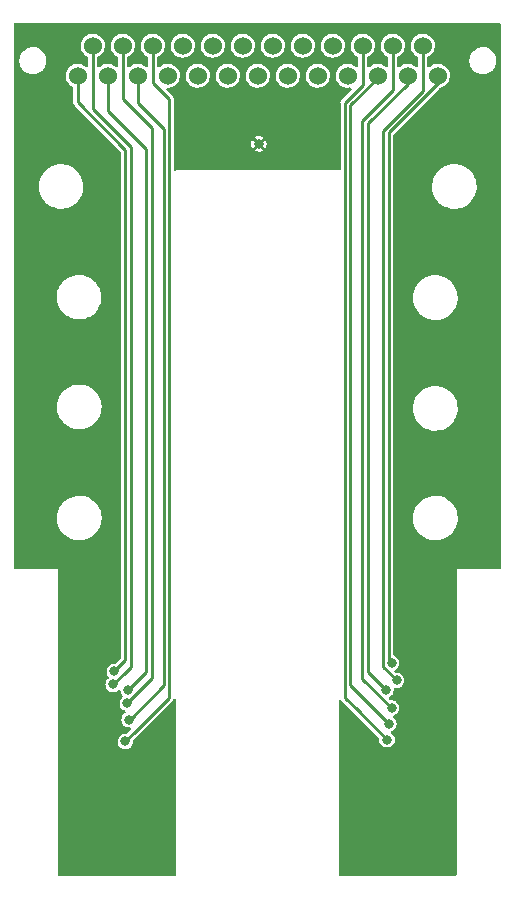
<source format=gbr>
%TF.GenerationSoftware,KiCad,Pcbnew,(6.0.11-0)*%
%TF.CreationDate,2024-08-02T08:50:10-07:00*%
%TF.ProjectId,TcBox_6x4,5463426f-785f-4367-9834-2e6b69636164,v1.0*%
%TF.SameCoordinates,Original*%
%TF.FileFunction,Copper,L2,Bot*%
%TF.FilePolarity,Positive*%
%FSLAX46Y46*%
G04 Gerber Fmt 4.6, Leading zero omitted, Abs format (unit mm)*
G04 Created by KiCad (PCBNEW (6.0.11-0)) date 2024-08-02 08:50:10*
%MOMM*%
%LPD*%
G01*
G04 APERTURE LIST*
%TA.AperFunction,ComponentPad*%
%ADD10C,0.800000*%
%TD*%
%TA.AperFunction,ComponentPad*%
%ADD11C,1.524000*%
%TD*%
%TA.AperFunction,ViaPad*%
%ADD12C,0.800000*%
%TD*%
%TA.AperFunction,Conductor*%
%ADD13C,0.254000*%
%TD*%
%TA.AperFunction,Conductor*%
%ADD14C,0.250000*%
%TD*%
G04 APERTURE END LIST*
D10*
%TO.P,R1,1*%
%TO.N,/coldMount*%
X150750000Y-60250000D03*
%TD*%
D11*
%TO.P,J1,1,Pin_1*%
%TO.N,/Ch0_0*%
X135414180Y-54476180D03*
%TO.P,J1,2,Pin_2*%
%TO.N,/Ch0_2*%
X137954180Y-54476180D03*
%TO.P,J1,3,Pin_3*%
%TO.N,/Ch0_4*%
X140494180Y-54476180D03*
%TO.P,J1,4,Pin_4*%
%TO.N,/Ch1_0*%
X143034180Y-54476180D03*
%TO.P,J1,5,Pin_5*%
%TO.N,/Ch1_2*%
X145574180Y-54476180D03*
%TO.P,J1,6,Pin_6*%
%TO.N,/Ch1_4*%
X148114180Y-54476180D03*
%TO.P,J1,7,Pin_7*%
%TO.N,unconnected-(J1-Pad7)*%
X150654180Y-54476180D03*
%TO.P,J1,8,Pin_8*%
%TO.N,/Ch2_1*%
X153194180Y-54476180D03*
%TO.P,J1,9,Pin_9*%
%TO.N,/Ch2_3*%
X155734180Y-54476180D03*
%TO.P,J1,10,Pin_10*%
%TO.N,/Ch2_5*%
X158274180Y-54476180D03*
%TO.P,J1,11,Pin_11*%
%TO.N,/Ch3_1*%
X160814180Y-54476180D03*
%TO.P,J1,12,Pin_12*%
%TO.N,/Ch3_3*%
X163354180Y-54476180D03*
%TO.P,J1,13,Pin_13*%
%TO.N,/Ch3_5*%
X165894180Y-54476180D03*
%TO.P,J1,14,Pin_14*%
%TO.N,/Ch0_1*%
X136684180Y-51936180D03*
%TO.P,J1,15,Pin_15*%
%TO.N,/Ch0_3*%
X139224180Y-51936180D03*
%TO.P,J1,16,Pin_16*%
%TO.N,/Ch0_5*%
X141764180Y-51936180D03*
%TO.P,J1,17,Pin_17*%
%TO.N,/Ch1_1*%
X144304180Y-51936180D03*
%TO.P,J1,18,Pin_18*%
%TO.N,/Ch1_3*%
X146844180Y-51936180D03*
%TO.P,J1,19,Pin_19*%
%TO.N,/Ch1_5*%
X149384180Y-51936180D03*
%TO.P,J1,20,Pin_20*%
%TO.N,/Ch2_0*%
X151924180Y-51936180D03*
%TO.P,J1,21,Pin_21*%
%TO.N,/Ch2_2*%
X154464180Y-51936180D03*
%TO.P,J1,22,Pin_22*%
%TO.N,/Ch2_4*%
X157004180Y-51936180D03*
%TO.P,J1,23,Pin_23*%
%TO.N,/Ch3_0*%
X159544180Y-51936180D03*
%TO.P,J1,24,Pin_24*%
%TO.N,/Ch3_2*%
X162084180Y-51936180D03*
%TO.P,J1,25,Pin_25*%
%TO.N,/Ch3_4*%
X164624180Y-51936180D03*
%TD*%
D12*
%TO.N,/Ch0_0*%
X138511286Y-104911286D03*
%TO.N,/Ch0_1*%
X138425000Y-106025000D03*
%TO.N,/Ch0_2*%
X139686286Y-106486286D03*
%TO.N,/Ch0_3*%
X139613714Y-107613714D03*
%TO.N,/Ch0_4*%
X139773500Y-109000000D03*
%TO.N,/Ch0_5*%
X139450000Y-110850000D03*
%TO.N,/Ch3_0*%
X161600000Y-110700000D03*
%TO.N,/Ch3_1*%
X161750000Y-109350000D03*
%TO.N,/Ch3_2*%
X161986286Y-108013714D03*
%TO.N,/Ch3_3*%
X161513714Y-106486286D03*
%TO.N,/Ch3_4*%
X162411286Y-105688714D03*
%TO.N,/Ch3_5*%
X161989464Y-104212036D03*
%TO.N,/coldMount*%
X131000000Y-92000000D03*
X142000000Y-121000000D03*
X164000000Y-98000000D03*
X133750000Y-69750000D03*
X165000000Y-100000000D03*
X166000000Y-102000000D03*
X138000000Y-101000000D03*
X167250000Y-77000000D03*
X164000000Y-60000000D03*
X164000000Y-87000000D03*
X135000000Y-114000000D03*
X170000000Y-95000000D03*
X170000000Y-78000000D03*
X165000000Y-104000000D03*
X145875000Y-61175000D03*
X170500000Y-51000000D03*
X138000000Y-62000000D03*
X138000000Y-87000000D03*
X138000000Y-114000000D03*
X155775000Y-61175000D03*
X138000000Y-78000000D03*
X131000000Y-51000000D03*
X167750000Y-85750000D03*
X165750000Y-95500000D03*
X163000000Y-113000000D03*
X170000000Y-88000000D03*
X166000000Y-114000000D03*
X164000000Y-102000000D03*
X133000000Y-51000000D03*
X138000000Y-98000000D03*
X131000000Y-83000000D03*
X170000000Y-91500000D03*
X168000000Y-51000000D03*
X167500000Y-60000000D03*
X135000000Y-98000000D03*
X133500000Y-87750000D03*
X131000000Y-58000000D03*
X170000000Y-58000000D03*
X131000000Y-75000000D03*
X150750000Y-57250000D03*
X133500000Y-78750000D03*
X159000000Y-121000000D03*
X138000000Y-69000000D03*
X135000000Y-101000000D03*
X166000000Y-70000000D03*
X164000000Y-78000000D03*
X131000000Y-67000000D03*
X170000000Y-69000000D03*
X169750000Y-73500000D03*
X166000000Y-98000000D03*
X169750000Y-82250000D03*
X134750000Y-58250000D03*
X164000000Y-67000000D03*
%TD*%
D13*
%TO.N,/Ch0_0*%
X139450000Y-103972572D02*
X139450000Y-60750000D01*
X138511286Y-104911286D02*
X139450000Y-103972572D01*
X135414180Y-56685820D02*
X135414180Y-54476180D01*
X139450000Y-60750000D02*
X135400000Y-56700000D01*
X135400000Y-56700000D02*
X135414180Y-56685820D01*
%TO.N,/Ch0_1*%
X136684180Y-57342128D02*
X136684180Y-51936180D01*
X139425000Y-105025000D02*
X138425000Y-106025000D01*
X139904000Y-60561948D02*
X136684180Y-57342128D01*
X139904000Y-104546000D02*
X139904000Y-60561948D01*
X139425000Y-105025000D02*
X139904000Y-104546000D01*
%TO.N,/Ch0_2*%
X137954180Y-54476180D02*
X137954180Y-57454180D01*
X141200000Y-105000000D02*
X139713714Y-106486286D01*
X141200000Y-60700000D02*
X141200000Y-105000000D01*
X139713714Y-106486286D02*
X139686286Y-106486286D01*
X137954180Y-57454180D02*
X141200000Y-60700000D01*
%TO.N,/Ch0_3*%
X139613714Y-107586286D02*
X141700000Y-105500000D01*
X141700000Y-105500000D02*
X141700000Y-58900000D01*
X139224180Y-56424180D02*
X139224180Y-51936180D01*
X139613714Y-107613714D02*
X139613714Y-107586286D01*
X141700000Y-58900000D02*
X139224180Y-56424180D01*
%TO.N,/Ch0_4*%
X139773500Y-109000000D02*
X139800000Y-109000000D01*
X142700000Y-106100000D02*
X142700000Y-59000000D01*
X139800000Y-109000000D02*
X142700000Y-106100000D01*
X142700000Y-59000000D02*
X142600000Y-58900000D01*
X140494180Y-56794180D02*
X142600000Y-58900000D01*
X140494180Y-54476180D02*
X140494180Y-56794180D01*
%TO.N,/Ch0_5*%
X142175000Y-108125000D02*
X140262500Y-110037500D01*
D14*
X140262500Y-110037500D02*
X139450000Y-110850000D01*
D13*
X141764180Y-55064180D02*
X141764180Y-51936180D01*
X142175000Y-108125000D02*
X143154000Y-107146000D01*
X143050000Y-107250000D02*
X142175000Y-108125000D01*
X143154000Y-107146000D02*
X143154000Y-56454000D01*
X143050000Y-107250000D02*
X143154000Y-107146000D01*
X143154000Y-56454000D02*
X141764180Y-55064180D01*
%TO.N,/Ch3_0*%
X158046000Y-56754000D02*
X159544180Y-55255820D01*
X158150000Y-107250000D02*
X159025000Y-108125000D01*
X159025000Y-108125000D02*
X158046000Y-107146000D01*
X159544180Y-55255820D02*
X159544180Y-51936180D01*
X158046000Y-107146000D02*
X158046000Y-56754000D01*
X158150000Y-107250000D02*
X158046000Y-107146000D01*
X159025000Y-108125000D02*
X161600000Y-110700000D01*
%TO.N,/Ch3_1*%
X161750000Y-109350000D02*
X158500000Y-106100000D01*
X160814180Y-54685820D02*
X158500000Y-57000000D01*
X158500000Y-106100000D02*
X158500000Y-60500000D01*
X158500000Y-57000000D02*
X158500000Y-60500000D01*
X160814180Y-54476180D02*
X160814180Y-54685820D01*
%TO.N,/Ch3_2*%
X159500000Y-58300000D02*
X162084180Y-55715820D01*
X161986286Y-108013714D02*
X159500000Y-105527428D01*
X162084180Y-55715820D02*
X162084180Y-51936180D01*
X159500000Y-105527428D02*
X159500000Y-58300000D01*
%TO.N,/Ch3_3*%
X163354180Y-55145820D02*
X163354180Y-54476180D01*
X160000000Y-58500000D02*
X163354180Y-55145820D01*
X161513714Y-106486286D02*
X161486286Y-106486286D01*
X161486286Y-106486286D02*
X160000000Y-105000000D01*
X160000000Y-105000000D02*
X160000000Y-58500000D01*
%TO.N,/Ch3_4*%
X161250000Y-59150000D02*
X164624180Y-55775820D01*
X161250000Y-104527428D02*
X161250000Y-59150000D01*
X162411286Y-105688714D02*
X161250000Y-104527428D01*
X164624180Y-55775820D02*
X164624180Y-51936180D01*
%TO.N,/Ch3_5*%
X161750000Y-103250000D02*
X161750000Y-103972572D01*
X161750000Y-104000000D02*
X161750000Y-103250000D01*
X161750000Y-103972572D02*
X161989464Y-104212036D01*
X165836232Y-55205820D02*
X161750000Y-59292052D01*
X165894180Y-55205820D02*
X165836232Y-55205820D01*
X165894180Y-54476180D02*
X165894180Y-55205820D01*
X161750000Y-59292052D02*
X161750000Y-103250000D01*
%TD*%
%TA.AperFunction,Conductor*%
%TO.N,/coldMount*%
G36*
X171192121Y-50020002D02*
G01*
X171238614Y-50073658D01*
X171250000Y-50126000D01*
X171250000Y-96124000D01*
X171229998Y-96192121D01*
X171176342Y-96238614D01*
X171124000Y-96250000D01*
X167500000Y-96250000D01*
X167500000Y-122124000D01*
X167479998Y-122192121D01*
X167426342Y-122238614D01*
X167374000Y-122250000D01*
X157626000Y-122250000D01*
X157557879Y-122229998D01*
X157511386Y-122176342D01*
X157500000Y-122124000D01*
X157500000Y-107438462D01*
X157520002Y-107370341D01*
X157573658Y-107323848D01*
X157643932Y-107313744D01*
X157708512Y-107343238D01*
X157728568Y-107366332D01*
X157729560Y-107368398D01*
X157733170Y-107372692D01*
X157735100Y-107374622D01*
X157736889Y-107376573D01*
X157736918Y-107376626D01*
X157736788Y-107376745D01*
X157737289Y-107377313D01*
X157740388Y-107383057D01*
X157748035Y-107390126D01*
X157748036Y-107390127D01*
X157780179Y-107419839D01*
X157783747Y-107423269D01*
X157902648Y-107542171D01*
X157902650Y-107542172D01*
X157902654Y-107542176D01*
X158777647Y-108417170D01*
X158777658Y-108417180D01*
X160909920Y-110549443D01*
X160943946Y-110611755D01*
X160945747Y-110654982D01*
X160940729Y-110693096D01*
X160958113Y-110850553D01*
X160960723Y-110857684D01*
X160960723Y-110857686D01*
X160964458Y-110867891D01*
X161012553Y-110999319D01*
X161016789Y-111005622D01*
X161016789Y-111005623D01*
X161021824Y-111013115D01*
X161100908Y-111130805D01*
X161106527Y-111135918D01*
X161106528Y-111135919D01*
X161141372Y-111167624D01*
X161218076Y-111237419D01*
X161357293Y-111313008D01*
X161510522Y-111353207D01*
X161594477Y-111354526D01*
X161661319Y-111355576D01*
X161661322Y-111355576D01*
X161668916Y-111355695D01*
X161823332Y-111320329D01*
X161893742Y-111284917D01*
X161958072Y-111252563D01*
X161958075Y-111252561D01*
X161964855Y-111249151D01*
X161970626Y-111244222D01*
X161970629Y-111244220D01*
X162079536Y-111151204D01*
X162079536Y-111151203D01*
X162085314Y-111146269D01*
X162177755Y-111017624D01*
X162236842Y-110870641D01*
X162259162Y-110713807D01*
X162259307Y-110700000D01*
X162240276Y-110542733D01*
X162184280Y-110394546D01*
X162122531Y-110304700D01*
X162098855Y-110270251D01*
X162098854Y-110270249D01*
X162094553Y-110263992D01*
X161978569Y-110160655D01*
X161941014Y-110100405D01*
X161941993Y-110029415D01*
X161981197Y-109970224D01*
X162005774Y-109954013D01*
X162108071Y-109902563D01*
X162114855Y-109899151D01*
X162120626Y-109894222D01*
X162120629Y-109894220D01*
X162229536Y-109801204D01*
X162229536Y-109801203D01*
X162235314Y-109796269D01*
X162327755Y-109667624D01*
X162386842Y-109520641D01*
X162397426Y-109446269D01*
X162408581Y-109367891D01*
X162408581Y-109367888D01*
X162409162Y-109363807D01*
X162409307Y-109350000D01*
X162407561Y-109335567D01*
X162391188Y-109200273D01*
X162390276Y-109192733D01*
X162334280Y-109044546D01*
X162306506Y-109004134D01*
X162248855Y-108920251D01*
X162248854Y-108920249D01*
X162244553Y-108913992D01*
X162238882Y-108908940D01*
X162238880Y-108908937D01*
X162168071Y-108845849D01*
X162130515Y-108785599D01*
X162131494Y-108714609D01*
X162170698Y-108655418D01*
X162206572Y-108634741D01*
X162209618Y-108634043D01*
X162226596Y-108625504D01*
X162344358Y-108566277D01*
X162344361Y-108566275D01*
X162351141Y-108562865D01*
X162356912Y-108557936D01*
X162356915Y-108557934D01*
X162465822Y-108464918D01*
X162465822Y-108464917D01*
X162471600Y-108459983D01*
X162564041Y-108331338D01*
X162623128Y-108184355D01*
X162645448Y-108027521D01*
X162645593Y-108013714D01*
X162626562Y-107856447D01*
X162570566Y-107708260D01*
X162480839Y-107577706D01*
X162362561Y-107472325D01*
X162334156Y-107457285D01*
X162266619Y-107421526D01*
X162222560Y-107398198D01*
X162068919Y-107359606D01*
X162061320Y-107359566D01*
X162061319Y-107359566D01*
X162013843Y-107359317D01*
X161922464Y-107358839D01*
X161854450Y-107338481D01*
X161834030Y-107321936D01*
X161781616Y-107269522D01*
X161747590Y-107207210D01*
X161752655Y-107136395D01*
X161795202Y-107079559D01*
X161814087Y-107067868D01*
X161878569Y-107035437D01*
X161884340Y-107030508D01*
X161884343Y-107030506D01*
X161993250Y-106937490D01*
X161993250Y-106937489D01*
X161999028Y-106932555D01*
X162091469Y-106803910D01*
X162150556Y-106656927D01*
X162172876Y-106500093D01*
X162173021Y-106486286D01*
X162172255Y-106479957D01*
X162172365Y-106479296D01*
X162172298Y-106478074D01*
X162172571Y-106478059D01*
X162183931Y-106409927D01*
X162231615Y-106357327D01*
X162300167Y-106338857D01*
X162314442Y-106339991D01*
X162314461Y-106339994D01*
X162321808Y-106341921D01*
X162397438Y-106343109D01*
X162472605Y-106344290D01*
X162472608Y-106344290D01*
X162480202Y-106344409D01*
X162634618Y-106309043D01*
X162705028Y-106273631D01*
X162769358Y-106241277D01*
X162769361Y-106241275D01*
X162776141Y-106237865D01*
X162781912Y-106232936D01*
X162781915Y-106232934D01*
X162890822Y-106139918D01*
X162890822Y-106139917D01*
X162896600Y-106134983D01*
X162989041Y-106006338D01*
X163048128Y-105859355D01*
X163056780Y-105798558D01*
X163069867Y-105706605D01*
X163069867Y-105706602D01*
X163070448Y-105702521D01*
X163070593Y-105688714D01*
X163068847Y-105674281D01*
X163064550Y-105638775D01*
X163051562Y-105531447D01*
X162995566Y-105383260D01*
X162970038Y-105346116D01*
X162910141Y-105258965D01*
X162910140Y-105258963D01*
X162905839Y-105252706D01*
X162787561Y-105147325D01*
X162647560Y-105073198D01*
X162493919Y-105034606D01*
X162486320Y-105034566D01*
X162486319Y-105034566D01*
X162438366Y-105034315D01*
X162347465Y-105033839D01*
X162279451Y-105013481D01*
X162259031Y-104996936D01*
X162257367Y-104995272D01*
X162223341Y-104932960D01*
X162228406Y-104862145D01*
X162270953Y-104805309D01*
X162289849Y-104793612D01*
X162347533Y-104764601D01*
X162347539Y-104764597D01*
X162354319Y-104761187D01*
X162360090Y-104756258D01*
X162360093Y-104756256D01*
X162469000Y-104663240D01*
X162469000Y-104663239D01*
X162474778Y-104658305D01*
X162567219Y-104529660D01*
X162626306Y-104382677D01*
X162643254Y-104263593D01*
X162648045Y-104229927D01*
X162648045Y-104229924D01*
X162648626Y-104225843D01*
X162648771Y-104212036D01*
X162629740Y-104054769D01*
X162573744Y-103906582D01*
X162567212Y-103897078D01*
X162488319Y-103782287D01*
X162488318Y-103782285D01*
X162484017Y-103776028D01*
X162365739Y-103670647D01*
X162359023Y-103667091D01*
X162232455Y-103600076D01*
X162232452Y-103600075D01*
X162225738Y-103596520D01*
X162218372Y-103594670D01*
X162212342Y-103592355D01*
X162155915Y-103549267D01*
X162131741Y-103482513D01*
X162131500Y-103474725D01*
X162131500Y-91979093D01*
X163813171Y-91979093D01*
X163839172Y-92251622D01*
X163904243Y-92517544D01*
X164007019Y-92771287D01*
X164009323Y-92775222D01*
X164009326Y-92775228D01*
X164105460Y-92939411D01*
X164145349Y-93007535D01*
X164316333Y-93221341D01*
X164516390Y-93408224D01*
X164741330Y-93564270D01*
X164986440Y-93686210D01*
X164990774Y-93687631D01*
X164990777Y-93687632D01*
X165069699Y-93713504D01*
X165246586Y-93771490D01*
X165251077Y-93772270D01*
X165251078Y-93772270D01*
X165512537Y-93817668D01*
X165512542Y-93817669D01*
X165516317Y-93818324D01*
X165520154Y-93818515D01*
X165601245Y-93822552D01*
X165601253Y-93822552D01*
X165602816Y-93822630D01*
X165773724Y-93822630D01*
X165775992Y-93822465D01*
X165776004Y-93822465D01*
X165907779Y-93812903D01*
X165977229Y-93807864D01*
X165981684Y-93806880D01*
X165981687Y-93806880D01*
X166240102Y-93749827D01*
X166240105Y-93749826D01*
X166244558Y-93748843D01*
X166251930Y-93746050D01*
X166496299Y-93653468D01*
X166496306Y-93653465D01*
X166500568Y-93651850D01*
X166662923Y-93561670D01*
X166735901Y-93521134D01*
X166735902Y-93521133D01*
X166739894Y-93518916D01*
X166881525Y-93410827D01*
X166953891Y-93355599D01*
X166953892Y-93355598D01*
X166957523Y-93352827D01*
X167148897Y-93157061D01*
X167151586Y-93153367D01*
X167307320Y-92939411D01*
X167307322Y-92939408D01*
X167310007Y-92935719D01*
X167437476Y-92693439D01*
X167528636Y-92435295D01*
X167581577Y-92166695D01*
X167590690Y-91983649D01*
X167594962Y-91897836D01*
X167594962Y-91897830D01*
X167595189Y-91893267D01*
X167569188Y-91620738D01*
X167504117Y-91354816D01*
X167401341Y-91101073D01*
X167399037Y-91097138D01*
X167399034Y-91097132D01*
X167265317Y-90868763D01*
X167265316Y-90868761D01*
X167263011Y-90864825D01*
X167092027Y-90651019D01*
X166891970Y-90464136D01*
X166667030Y-90308090D01*
X166421920Y-90186150D01*
X166417586Y-90184729D01*
X166417583Y-90184728D01*
X166338661Y-90158856D01*
X166161774Y-90100870D01*
X166157282Y-90100090D01*
X165895823Y-90054692D01*
X165895818Y-90054691D01*
X165892043Y-90054036D01*
X165884665Y-90053669D01*
X165807115Y-90049808D01*
X165807107Y-90049808D01*
X165805544Y-90049730D01*
X165634636Y-90049730D01*
X165632368Y-90049895D01*
X165632356Y-90049895D01*
X165500581Y-90059457D01*
X165431131Y-90064496D01*
X165426676Y-90065480D01*
X165426673Y-90065480D01*
X165168258Y-90122533D01*
X165168255Y-90122534D01*
X165163802Y-90123517D01*
X165159534Y-90125134D01*
X164912061Y-90218892D01*
X164912054Y-90218895D01*
X164907792Y-90220510D01*
X164903806Y-90222724D01*
X164903804Y-90222725D01*
X164672459Y-90351226D01*
X164668466Y-90353444D01*
X164664834Y-90356216D01*
X164523425Y-90464136D01*
X164450837Y-90519533D01*
X164259463Y-90715299D01*
X164256776Y-90718991D01*
X164256774Y-90718993D01*
X164153220Y-90861262D01*
X164098353Y-90936641D01*
X163970884Y-91178921D01*
X163879724Y-91437065D01*
X163826783Y-91705665D01*
X163826556Y-91710218D01*
X163826556Y-91710221D01*
X163817444Y-91893267D01*
X163813171Y-91979093D01*
X162131500Y-91979093D01*
X162131500Y-82686813D01*
X163804851Y-82686813D01*
X163830852Y-82959342D01*
X163831936Y-82963772D01*
X163831937Y-82963778D01*
X163864704Y-83097685D01*
X163895923Y-83225264D01*
X163897638Y-83229499D01*
X163897639Y-83229501D01*
X163950419Y-83359808D01*
X163998699Y-83479007D01*
X164001003Y-83482942D01*
X164001006Y-83482948D01*
X164097140Y-83647131D01*
X164137029Y-83715255D01*
X164308013Y-83929061D01*
X164508070Y-84115944D01*
X164733010Y-84271990D01*
X164978120Y-84393930D01*
X164982454Y-84395351D01*
X164982457Y-84395352D01*
X165061379Y-84421224D01*
X165238266Y-84479210D01*
X165242757Y-84479990D01*
X165242758Y-84479990D01*
X165504217Y-84525388D01*
X165504222Y-84525389D01*
X165507997Y-84526044D01*
X165511834Y-84526235D01*
X165592925Y-84530272D01*
X165592933Y-84530272D01*
X165594496Y-84530350D01*
X165765404Y-84530350D01*
X165767672Y-84530185D01*
X165767684Y-84530185D01*
X165899459Y-84520623D01*
X165968909Y-84515584D01*
X165973364Y-84514600D01*
X165973367Y-84514600D01*
X166231782Y-84457547D01*
X166231785Y-84457546D01*
X166236238Y-84456563D01*
X166243610Y-84453770D01*
X166487979Y-84361188D01*
X166487986Y-84361185D01*
X166492248Y-84359570D01*
X166501108Y-84354649D01*
X166727581Y-84228854D01*
X166727582Y-84228853D01*
X166731574Y-84226636D01*
X166873205Y-84118547D01*
X166945571Y-84063319D01*
X166945572Y-84063318D01*
X166949203Y-84060547D01*
X167140577Y-83864781D01*
X167232897Y-83737947D01*
X167299000Y-83647131D01*
X167299002Y-83647128D01*
X167301687Y-83643439D01*
X167429156Y-83401159D01*
X167520316Y-83143015D01*
X167573257Y-82874415D01*
X167574939Y-82840638D01*
X167586642Y-82605556D01*
X167586642Y-82605550D01*
X167586869Y-82600987D01*
X167560868Y-82328458D01*
X167552633Y-82294801D01*
X167496883Y-82066975D01*
X167495797Y-82062536D01*
X167494081Y-82058299D01*
X167394736Y-81813026D01*
X167394733Y-81813021D01*
X167393021Y-81808793D01*
X167390717Y-81804858D01*
X167390714Y-81804852D01*
X167256997Y-81576483D01*
X167256996Y-81576481D01*
X167254691Y-81572545D01*
X167083707Y-81358739D01*
X166883650Y-81171856D01*
X166658710Y-81015810D01*
X166413600Y-80893870D01*
X166409266Y-80892449D01*
X166409263Y-80892448D01*
X166330341Y-80866576D01*
X166153454Y-80808590D01*
X166148962Y-80807810D01*
X165887503Y-80762412D01*
X165887498Y-80762411D01*
X165883723Y-80761756D01*
X165876345Y-80761389D01*
X165798795Y-80757528D01*
X165798787Y-80757528D01*
X165797224Y-80757450D01*
X165626316Y-80757450D01*
X165624048Y-80757615D01*
X165624036Y-80757615D01*
X165492261Y-80767177D01*
X165422811Y-80772216D01*
X165418356Y-80773200D01*
X165418353Y-80773200D01*
X165159938Y-80830253D01*
X165159935Y-80830254D01*
X165155482Y-80831237D01*
X165151214Y-80832854D01*
X164903741Y-80926612D01*
X164903734Y-80926615D01*
X164899472Y-80928230D01*
X164895486Y-80930444D01*
X164895484Y-80930445D01*
X164676945Y-81051833D01*
X164660146Y-81061164D01*
X164603869Y-81104113D01*
X164515105Y-81171856D01*
X164442517Y-81227253D01*
X164251143Y-81423019D01*
X164248456Y-81426711D01*
X164248454Y-81426713D01*
X164144900Y-81568982D01*
X164090033Y-81644361D01*
X163962564Y-81886641D01*
X163871404Y-82144785D01*
X163818463Y-82413385D01*
X163818236Y-82417938D01*
X163818236Y-82417941D01*
X163809124Y-82600987D01*
X163804851Y-82686813D01*
X162131500Y-82686813D01*
X162131500Y-73311433D01*
X163804851Y-73311433D01*
X163830852Y-73583962D01*
X163895923Y-73849884D01*
X163897638Y-73854119D01*
X163897639Y-73854121D01*
X163988047Y-74077328D01*
X163998699Y-74103627D01*
X164001003Y-74107562D01*
X164001006Y-74107568D01*
X164121409Y-74313198D01*
X164137029Y-74339875D01*
X164229470Y-74455467D01*
X164283830Y-74523441D01*
X164308013Y-74553681D01*
X164508070Y-74740564D01*
X164733010Y-74896610D01*
X164978120Y-75018550D01*
X164982454Y-75019971D01*
X164982457Y-75019972D01*
X165061379Y-75045844D01*
X165238266Y-75103830D01*
X165242757Y-75104610D01*
X165242758Y-75104610D01*
X165504217Y-75150008D01*
X165504222Y-75150009D01*
X165507997Y-75150664D01*
X165511834Y-75150855D01*
X165592925Y-75154892D01*
X165592933Y-75154892D01*
X165594496Y-75154970D01*
X165765404Y-75154970D01*
X165767672Y-75154805D01*
X165767684Y-75154805D01*
X165899459Y-75145243D01*
X165968909Y-75140204D01*
X165973364Y-75139220D01*
X165973367Y-75139220D01*
X166231782Y-75082167D01*
X166231785Y-75082166D01*
X166236238Y-75081183D01*
X166254221Y-75074370D01*
X166487979Y-74985808D01*
X166487986Y-74985805D01*
X166492248Y-74984190D01*
X166654603Y-74894010D01*
X166727581Y-74853474D01*
X166727582Y-74853473D01*
X166731574Y-74851256D01*
X166873205Y-74743167D01*
X166945571Y-74687939D01*
X166945572Y-74687938D01*
X166949203Y-74685167D01*
X167140577Y-74489401D01*
X167165277Y-74455467D01*
X167299000Y-74271751D01*
X167299002Y-74271748D01*
X167301687Y-74268059D01*
X167429156Y-74025779D01*
X167520316Y-73767635D01*
X167561604Y-73558158D01*
X167572376Y-73503507D01*
X167572377Y-73503501D01*
X167573257Y-73499035D01*
X167574540Y-73473267D01*
X167586642Y-73230176D01*
X167586642Y-73230170D01*
X167586869Y-73225607D01*
X167560868Y-72953078D01*
X167554582Y-72927387D01*
X167509616Y-72743631D01*
X167495797Y-72687156D01*
X167483549Y-72656916D01*
X167394736Y-72437646D01*
X167394733Y-72437641D01*
X167393021Y-72433413D01*
X167390717Y-72429478D01*
X167390714Y-72429472D01*
X167256997Y-72201103D01*
X167256996Y-72201101D01*
X167254691Y-72197165D01*
X167129327Y-72040404D01*
X167086559Y-71986925D01*
X167086557Y-71986923D01*
X167083707Y-71983359D01*
X166883650Y-71796476D01*
X166658710Y-71640430D01*
X166413600Y-71518490D01*
X166409266Y-71517069D01*
X166409263Y-71517068D01*
X166317015Y-71486828D01*
X166153454Y-71433210D01*
X166148962Y-71432430D01*
X165887503Y-71387032D01*
X165887498Y-71387031D01*
X165883723Y-71386376D01*
X165876345Y-71386009D01*
X165798795Y-71382148D01*
X165798787Y-71382148D01*
X165797224Y-71382070D01*
X165626316Y-71382070D01*
X165624048Y-71382235D01*
X165624036Y-71382235D01*
X165492261Y-71391797D01*
X165422811Y-71396836D01*
X165418356Y-71397820D01*
X165418353Y-71397820D01*
X165159938Y-71454873D01*
X165159935Y-71454874D01*
X165155482Y-71455857D01*
X165151214Y-71457474D01*
X164903741Y-71551232D01*
X164903734Y-71551235D01*
X164899472Y-71552850D01*
X164895486Y-71555064D01*
X164895484Y-71555065D01*
X164664139Y-71683566D01*
X164660146Y-71685784D01*
X164656514Y-71688556D01*
X164515105Y-71796476D01*
X164442517Y-71851873D01*
X164251143Y-72047639D01*
X164248456Y-72051331D01*
X164248454Y-72051333D01*
X164144900Y-72193602D01*
X164090033Y-72268981D01*
X163962564Y-72511261D01*
X163871404Y-72769405D01*
X163870524Y-72773871D01*
X163825305Y-73003293D01*
X163818463Y-73038005D01*
X163818236Y-73042558D01*
X163818236Y-73042561D01*
X163806130Y-73285749D01*
X163804851Y-73311433D01*
X162131500Y-73311433D01*
X162131500Y-63899093D01*
X165413171Y-63899093D01*
X165439172Y-64171622D01*
X165504243Y-64437544D01*
X165607019Y-64691287D01*
X165609323Y-64695222D01*
X165609326Y-64695228D01*
X165705460Y-64859411D01*
X165745349Y-64927535D01*
X165916333Y-65141341D01*
X166116390Y-65328224D01*
X166341330Y-65484270D01*
X166586440Y-65606210D01*
X166590774Y-65607631D01*
X166590777Y-65607632D01*
X166669699Y-65633504D01*
X166846586Y-65691490D01*
X166851077Y-65692270D01*
X166851078Y-65692270D01*
X167112537Y-65737668D01*
X167112542Y-65737669D01*
X167116317Y-65738324D01*
X167120154Y-65738515D01*
X167201245Y-65742552D01*
X167201253Y-65742552D01*
X167202816Y-65742630D01*
X167373724Y-65742630D01*
X167375992Y-65742465D01*
X167376004Y-65742465D01*
X167507779Y-65732903D01*
X167577229Y-65727864D01*
X167581684Y-65726880D01*
X167581687Y-65726880D01*
X167840102Y-65669827D01*
X167840105Y-65669826D01*
X167844558Y-65668843D01*
X167851930Y-65666050D01*
X168096299Y-65573468D01*
X168096306Y-65573465D01*
X168100568Y-65571850D01*
X168262923Y-65481670D01*
X168335901Y-65441134D01*
X168335902Y-65441133D01*
X168339894Y-65438916D01*
X168481525Y-65330827D01*
X168553891Y-65275599D01*
X168553892Y-65275598D01*
X168557523Y-65272827D01*
X168748897Y-65077061D01*
X168751586Y-65073367D01*
X168907320Y-64859411D01*
X168907322Y-64859408D01*
X168910007Y-64855719D01*
X169037476Y-64613439D01*
X169128636Y-64355295D01*
X169181577Y-64086695D01*
X169190690Y-63903649D01*
X169194962Y-63817836D01*
X169194962Y-63817830D01*
X169195189Y-63813267D01*
X169169188Y-63540738D01*
X169104117Y-63274816D01*
X169001341Y-63021073D01*
X168999037Y-63017138D01*
X168999034Y-63017132D01*
X168865317Y-62788763D01*
X168865316Y-62788761D01*
X168863011Y-62784825D01*
X168692027Y-62571019D01*
X168491970Y-62384136D01*
X168267030Y-62228090D01*
X168021920Y-62106150D01*
X168017586Y-62104729D01*
X168017583Y-62104728D01*
X167938661Y-62078856D01*
X167761774Y-62020870D01*
X167757282Y-62020090D01*
X167495823Y-61974692D01*
X167495818Y-61974691D01*
X167492043Y-61974036D01*
X167484665Y-61973669D01*
X167407115Y-61969808D01*
X167407107Y-61969808D01*
X167405544Y-61969730D01*
X167234636Y-61969730D01*
X167232368Y-61969895D01*
X167232356Y-61969895D01*
X167100581Y-61979457D01*
X167031131Y-61984496D01*
X167026676Y-61985480D01*
X167026673Y-61985480D01*
X166768258Y-62042533D01*
X166768255Y-62042534D01*
X166763802Y-62043517D01*
X166759534Y-62045134D01*
X166512061Y-62138892D01*
X166512054Y-62138895D01*
X166507792Y-62140510D01*
X166503806Y-62142724D01*
X166503804Y-62142725D01*
X166272459Y-62271226D01*
X166268466Y-62273444D01*
X166264834Y-62276216D01*
X166123425Y-62384136D01*
X166050837Y-62439533D01*
X166047644Y-62442799D01*
X166047642Y-62442801D01*
X165991693Y-62500034D01*
X165859463Y-62635299D01*
X165856776Y-62638991D01*
X165856774Y-62638993D01*
X165753220Y-62781262D01*
X165698353Y-62856641D01*
X165570884Y-63098921D01*
X165479724Y-63357065D01*
X165478844Y-63361531D01*
X165453389Y-63490680D01*
X165426783Y-63625665D01*
X165426556Y-63630218D01*
X165426556Y-63630221D01*
X165417444Y-63813267D01*
X165413171Y-63899093D01*
X162131500Y-63899093D01*
X162131500Y-59502264D01*
X162151502Y-59434143D01*
X162168405Y-59413169D01*
X165986915Y-55594659D01*
X166020525Y-55573704D01*
X166019466Y-55571741D01*
X166019946Y-55571482D01*
X166028070Y-55567541D01*
X166028038Y-55567468D01*
X166028610Y-55567220D01*
X166029212Y-55566987D01*
X166029740Y-55566731D01*
X166037679Y-55563295D01*
X166047787Y-55560785D01*
X166084394Y-55537149D01*
X166092909Y-55532113D01*
X166122072Y-55516378D01*
X166122075Y-55516375D01*
X166131237Y-55511432D01*
X166138302Y-55503790D01*
X166142145Y-55500809D01*
X166145741Y-55497537D01*
X166154484Y-55491891D01*
X166161846Y-55482553D01*
X166162350Y-55481913D01*
X166164901Y-55480101D01*
X166168632Y-55476706D01*
X166169044Y-55477158D01*
X166220231Y-55440800D01*
X166227415Y-55438561D01*
X166257609Y-55430131D01*
X166257611Y-55430130D01*
X166263550Y-55428472D01*
X166269054Y-55425692D01*
X166269056Y-55425691D01*
X166435982Y-55341371D01*
X166435984Y-55341370D01*
X166441483Y-55338592D01*
X166598570Y-55215862D01*
X166608041Y-55204890D01*
X166724798Y-55069626D01*
X166724799Y-55069624D01*
X166728827Y-55064958D01*
X166827292Y-54891628D01*
X166890215Y-54702474D01*
X166896285Y-54654427D01*
X166914758Y-54508203D01*
X166914759Y-54508193D01*
X166915200Y-54504700D01*
X166915598Y-54476180D01*
X166896145Y-54277786D01*
X166894364Y-54271887D01*
X166894363Y-54271882D01*
X166840309Y-54092847D01*
X166838528Y-54086948D01*
X166744941Y-53910936D01*
X166741051Y-53906166D01*
X166741048Y-53906162D01*
X166622843Y-53761229D01*
X166622840Y-53761226D01*
X166618948Y-53756454D01*
X166609768Y-53748859D01*
X166470099Y-53633315D01*
X166465350Y-53629386D01*
X166289995Y-53534572D01*
X166099565Y-53475624D01*
X166093440Y-53474980D01*
X166093439Y-53474980D01*
X165907440Y-53455431D01*
X165907438Y-53455431D01*
X165901311Y-53454787D01*
X165778432Y-53465970D01*
X165708926Y-53472295D01*
X165708925Y-53472295D01*
X165702785Y-53472854D01*
X165696871Y-53474595D01*
X165696869Y-53474595D01*
X165618329Y-53497711D01*
X165511550Y-53529138D01*
X165334889Y-53621494D01*
X165330089Y-53625354D01*
X165330088Y-53625354D01*
X165210632Y-53721399D01*
X165145010Y-53748495D01*
X165075155Y-53735812D01*
X165023247Y-53687376D01*
X165005680Y-53623202D01*
X165005680Y-53296282D01*
X168559321Y-53296282D01*
X168594912Y-53503408D01*
X168667652Y-53700579D01*
X168670604Y-53705540D01*
X168670604Y-53705541D01*
X168688614Y-53735812D01*
X168775106Y-53881192D01*
X168913674Y-54039199D01*
X169078717Y-54169308D01*
X169083833Y-54171999D01*
X169083835Y-54172001D01*
X169247190Y-54257946D01*
X169264707Y-54267162D01*
X169465414Y-54329484D01*
X169471149Y-54330163D01*
X169471150Y-54330163D01*
X169501712Y-54333780D01*
X169636054Y-54349680D01*
X169757496Y-54349680D01*
X169913459Y-54335349D01*
X169919021Y-54333780D01*
X169919023Y-54333780D01*
X170014594Y-54306826D01*
X170115729Y-54278303D01*
X170304217Y-54185351D01*
X170472609Y-54059607D01*
X170544101Y-53982267D01*
X170611347Y-53909521D01*
X170611349Y-53909518D01*
X170615266Y-53905281D01*
X170727411Y-53727542D01*
X170805288Y-53532343D01*
X170806413Y-53526686D01*
X170806415Y-53526680D01*
X170845161Y-53331887D01*
X170845161Y-53331885D01*
X170846288Y-53326220D01*
X170846606Y-53301980D01*
X170848963Y-53121860D01*
X170849039Y-53116078D01*
X170821769Y-52957374D01*
X170814427Y-52914649D01*
X170814427Y-52914648D01*
X170813448Y-52908952D01*
X170740708Y-52711781D01*
X170633254Y-52531168D01*
X170494686Y-52373161D01*
X170329643Y-52243052D01*
X170324527Y-52240361D01*
X170324525Y-52240359D01*
X170148770Y-52147890D01*
X170148768Y-52147889D01*
X170143653Y-52145198D01*
X169942946Y-52082876D01*
X169937211Y-52082197D01*
X169937210Y-52082197D01*
X169888922Y-52076482D01*
X169772306Y-52062680D01*
X169650864Y-52062680D01*
X169494901Y-52077011D01*
X169489339Y-52078580D01*
X169489337Y-52078580D01*
X169393766Y-52105534D01*
X169292631Y-52134057D01*
X169104143Y-52227009D01*
X168935751Y-52352753D01*
X168793094Y-52507079D01*
X168680949Y-52684818D01*
X168603072Y-52880017D01*
X168601947Y-52885674D01*
X168601945Y-52885680D01*
X168587190Y-52959861D01*
X168562072Y-53086140D01*
X168561996Y-53091915D01*
X168561996Y-53091919D01*
X168561680Y-53116078D01*
X168559321Y-53296282D01*
X165005680Y-53296282D01*
X165005680Y-52959861D01*
X165025682Y-52891740D01*
X165074870Y-52847395D01*
X165165979Y-52801373D01*
X165165985Y-52801369D01*
X165171483Y-52798592D01*
X165328570Y-52675862D01*
X165351142Y-52649712D01*
X165454798Y-52529626D01*
X165454799Y-52529624D01*
X165458827Y-52524958D01*
X165557292Y-52351628D01*
X165620215Y-52162474D01*
X165630271Y-52082876D01*
X165644758Y-51968203D01*
X165644759Y-51968193D01*
X165645200Y-51964700D01*
X165645598Y-51936180D01*
X165626145Y-51737786D01*
X165624364Y-51731887D01*
X165624363Y-51731882D01*
X165570309Y-51552847D01*
X165568528Y-51546948D01*
X165474941Y-51370936D01*
X165471051Y-51366166D01*
X165471048Y-51366162D01*
X165352843Y-51221229D01*
X165352840Y-51221226D01*
X165348948Y-51216454D01*
X165195350Y-51089386D01*
X165019995Y-50994572D01*
X164829565Y-50935624D01*
X164823440Y-50934980D01*
X164823439Y-50934980D01*
X164637440Y-50915431D01*
X164637438Y-50915431D01*
X164631311Y-50914787D01*
X164508432Y-50925970D01*
X164438926Y-50932295D01*
X164438925Y-50932295D01*
X164432785Y-50932854D01*
X164426871Y-50934595D01*
X164426869Y-50934595D01*
X164296719Y-50972901D01*
X164241550Y-50989138D01*
X164064889Y-51081494D01*
X164060089Y-51085354D01*
X164060088Y-51085354D01*
X164055073Y-51089386D01*
X163909531Y-51206405D01*
X163781394Y-51359113D01*
X163685359Y-51533801D01*
X163625082Y-51723815D01*
X163602862Y-51921919D01*
X163619542Y-52120566D01*
X163674490Y-52312189D01*
X163765610Y-52489491D01*
X163889433Y-52645717D01*
X164041243Y-52774917D01*
X164178151Y-52851432D01*
X164227856Y-52902124D01*
X164242680Y-52961419D01*
X164242680Y-53624141D01*
X164222678Y-53692262D01*
X164169022Y-53738755D01*
X164098748Y-53748859D01*
X164036366Y-53721227D01*
X163925350Y-53629386D01*
X163749995Y-53534572D01*
X163559565Y-53475624D01*
X163553440Y-53474980D01*
X163553439Y-53474980D01*
X163367440Y-53455431D01*
X163367438Y-53455431D01*
X163361311Y-53454787D01*
X163238432Y-53465970D01*
X163168926Y-53472295D01*
X163168925Y-53472295D01*
X163162785Y-53472854D01*
X163156871Y-53474595D01*
X163156869Y-53474595D01*
X163078329Y-53497711D01*
X162971550Y-53529138D01*
X162794889Y-53621494D01*
X162790089Y-53625354D01*
X162790088Y-53625354D01*
X162670632Y-53721399D01*
X162605010Y-53748495D01*
X162535155Y-53735812D01*
X162483247Y-53687376D01*
X162465680Y-53623202D01*
X162465680Y-52959861D01*
X162485682Y-52891740D01*
X162534870Y-52847395D01*
X162625979Y-52801373D01*
X162625985Y-52801369D01*
X162631483Y-52798592D01*
X162788570Y-52675862D01*
X162811142Y-52649712D01*
X162914798Y-52529626D01*
X162914799Y-52529624D01*
X162918827Y-52524958D01*
X163017292Y-52351628D01*
X163080215Y-52162474D01*
X163090271Y-52082876D01*
X163104758Y-51968203D01*
X163104759Y-51968193D01*
X163105200Y-51964700D01*
X163105598Y-51936180D01*
X163086145Y-51737786D01*
X163084364Y-51731887D01*
X163084363Y-51731882D01*
X163030309Y-51552847D01*
X163028528Y-51546948D01*
X162934941Y-51370936D01*
X162931051Y-51366166D01*
X162931048Y-51366162D01*
X162812843Y-51221229D01*
X162812840Y-51221226D01*
X162808948Y-51216454D01*
X162655350Y-51089386D01*
X162479995Y-50994572D01*
X162289565Y-50935624D01*
X162283440Y-50934980D01*
X162283439Y-50934980D01*
X162097440Y-50915431D01*
X162097438Y-50915431D01*
X162091311Y-50914787D01*
X161968432Y-50925970D01*
X161898926Y-50932295D01*
X161898925Y-50932295D01*
X161892785Y-50932854D01*
X161886871Y-50934595D01*
X161886869Y-50934595D01*
X161756719Y-50972901D01*
X161701550Y-50989138D01*
X161524889Y-51081494D01*
X161520089Y-51085354D01*
X161520088Y-51085354D01*
X161515073Y-51089386D01*
X161369531Y-51206405D01*
X161241394Y-51359113D01*
X161145359Y-51533801D01*
X161085082Y-51723815D01*
X161062862Y-51921919D01*
X161079542Y-52120566D01*
X161134490Y-52312189D01*
X161225610Y-52489491D01*
X161349433Y-52645717D01*
X161501243Y-52774917D01*
X161638151Y-52851432D01*
X161687856Y-52902124D01*
X161702680Y-52961419D01*
X161702680Y-53624141D01*
X161682678Y-53692262D01*
X161629022Y-53738755D01*
X161558748Y-53748859D01*
X161496366Y-53721227D01*
X161385350Y-53629386D01*
X161209995Y-53534572D01*
X161019565Y-53475624D01*
X161013440Y-53474980D01*
X161013439Y-53474980D01*
X160827440Y-53455431D01*
X160827438Y-53455431D01*
X160821311Y-53454787D01*
X160698432Y-53465970D01*
X160628926Y-53472295D01*
X160628925Y-53472295D01*
X160622785Y-53472854D01*
X160616871Y-53474595D01*
X160616869Y-53474595D01*
X160538329Y-53497711D01*
X160431550Y-53529138D01*
X160254889Y-53621494D01*
X160250089Y-53625354D01*
X160250088Y-53625354D01*
X160130632Y-53721399D01*
X160065010Y-53748495D01*
X159995155Y-53735812D01*
X159943247Y-53687376D01*
X159925680Y-53623202D01*
X159925680Y-52959861D01*
X159945682Y-52891740D01*
X159994870Y-52847395D01*
X160085979Y-52801373D01*
X160085985Y-52801369D01*
X160091483Y-52798592D01*
X160248570Y-52675862D01*
X160271142Y-52649712D01*
X160374798Y-52529626D01*
X160374799Y-52529624D01*
X160378827Y-52524958D01*
X160477292Y-52351628D01*
X160540215Y-52162474D01*
X160550271Y-52082876D01*
X160564758Y-51968203D01*
X160564759Y-51968193D01*
X160565200Y-51964700D01*
X160565598Y-51936180D01*
X160546145Y-51737786D01*
X160544364Y-51731887D01*
X160544363Y-51731882D01*
X160490309Y-51552847D01*
X160488528Y-51546948D01*
X160394941Y-51370936D01*
X160391051Y-51366166D01*
X160391048Y-51366162D01*
X160272843Y-51221229D01*
X160272840Y-51221226D01*
X160268948Y-51216454D01*
X160115350Y-51089386D01*
X159939995Y-50994572D01*
X159749565Y-50935624D01*
X159743440Y-50934980D01*
X159743439Y-50934980D01*
X159557440Y-50915431D01*
X159557438Y-50915431D01*
X159551311Y-50914787D01*
X159428432Y-50925970D01*
X159358926Y-50932295D01*
X159358925Y-50932295D01*
X159352785Y-50932854D01*
X159346871Y-50934595D01*
X159346869Y-50934595D01*
X159216719Y-50972901D01*
X159161550Y-50989138D01*
X158984889Y-51081494D01*
X158980089Y-51085354D01*
X158980088Y-51085354D01*
X158975073Y-51089386D01*
X158829531Y-51206405D01*
X158701394Y-51359113D01*
X158605359Y-51533801D01*
X158545082Y-51723815D01*
X158522862Y-51921919D01*
X158539542Y-52120566D01*
X158594490Y-52312189D01*
X158685610Y-52489491D01*
X158809433Y-52645717D01*
X158961243Y-52774917D01*
X159098151Y-52851432D01*
X159147856Y-52902124D01*
X159162680Y-52961419D01*
X159162680Y-53624141D01*
X159142678Y-53692262D01*
X159089022Y-53738755D01*
X159018748Y-53748859D01*
X158956366Y-53721227D01*
X158845350Y-53629386D01*
X158669995Y-53534572D01*
X158479565Y-53475624D01*
X158473440Y-53474980D01*
X158473439Y-53474980D01*
X158287440Y-53455431D01*
X158287438Y-53455431D01*
X158281311Y-53454787D01*
X158158432Y-53465970D01*
X158088926Y-53472295D01*
X158088925Y-53472295D01*
X158082785Y-53472854D01*
X158076871Y-53474595D01*
X158076869Y-53474595D01*
X157998329Y-53497711D01*
X157891550Y-53529138D01*
X157714889Y-53621494D01*
X157710089Y-53625354D01*
X157710088Y-53625354D01*
X157705073Y-53629386D01*
X157559531Y-53746405D01*
X157431394Y-53899113D01*
X157335359Y-54073801D01*
X157275082Y-54263815D01*
X157252862Y-54461919D01*
X157269542Y-54660566D01*
X157324490Y-54852189D01*
X157415610Y-55029491D01*
X157539433Y-55185717D01*
X157691243Y-55314917D01*
X157696621Y-55317923D01*
X157696623Y-55317924D01*
X157738765Y-55341476D01*
X157865256Y-55412169D01*
X157871115Y-55414073D01*
X157871118Y-55414074D01*
X157931883Y-55433818D01*
X158054845Y-55473771D01*
X158060955Y-55474500D01*
X158060957Y-55474500D01*
X158153817Y-55485572D01*
X158252789Y-55497374D01*
X158258924Y-55496902D01*
X158258926Y-55496902D01*
X158445406Y-55482553D01*
X158445411Y-55482552D01*
X158451547Y-55482080D01*
X158456066Y-55480818D01*
X158526120Y-55488632D01*
X158581224Y-55533399D01*
X158603377Y-55600851D01*
X158585546Y-55669572D01*
X158566535Y-55693943D01*
X157814520Y-56445958D01*
X157795511Y-56461311D01*
X157794448Y-56462278D01*
X157785696Y-56467929D01*
X157775478Y-56480891D01*
X157764771Y-56494472D01*
X157760794Y-56498947D01*
X157760865Y-56499008D01*
X157757512Y-56502965D01*
X157753829Y-56506648D01*
X157750803Y-56510883D01*
X157750801Y-56510885D01*
X157742547Y-56522436D01*
X157738984Y-56527182D01*
X157732406Y-56535526D01*
X157714196Y-56558626D01*
X157707066Y-56567670D01*
X157704015Y-56576357D01*
X157698666Y-56583843D01*
X157695683Y-56593819D01*
X157695682Y-56593820D01*
X157683902Y-56633211D01*
X157682072Y-56638843D01*
X157664984Y-56687502D01*
X157664500Y-56693091D01*
X157664500Y-56695802D01*
X157664385Y-56698469D01*
X157664366Y-56698532D01*
X157664192Y-56698525D01*
X157664145Y-56699271D01*
X157662275Y-56705524D01*
X157662684Y-56715928D01*
X157664403Y-56759678D01*
X157664500Y-56764625D01*
X157664500Y-62382375D01*
X157644498Y-62450496D01*
X157590842Y-62496989D01*
X157520568Y-62507093D01*
X157511717Y-62505496D01*
X157500000Y-62502947D01*
X157500000Y-62500000D01*
X143750000Y-62500000D01*
X143750000Y-62505319D01*
X143747238Y-62506130D01*
X143696999Y-62538417D01*
X143626003Y-62538417D01*
X143566276Y-62500034D01*
X143536783Y-62435454D01*
X143535500Y-62417521D01*
X143535500Y-60795103D01*
X150390122Y-60795103D01*
X150394811Y-60801367D01*
X150500801Y-60858915D01*
X150514827Y-60864468D01*
X150653240Y-60900780D01*
X150668190Y-60902827D01*
X150811266Y-60905075D01*
X150826268Y-60903498D01*
X150965759Y-60871550D01*
X150979947Y-60866442D01*
X151107118Y-60802482D01*
X151111683Y-60795488D01*
X151105676Y-60785281D01*
X150762812Y-60442417D01*
X150748868Y-60434803D01*
X150747035Y-60434934D01*
X150740420Y-60439185D01*
X150396882Y-60782723D01*
X150390122Y-60795103D01*
X143535500Y-60795103D01*
X143535500Y-60250651D01*
X150092067Y-60250651D01*
X150107770Y-60392889D01*
X150111213Y-60407570D01*
X150160391Y-60541955D01*
X150167240Y-60555397D01*
X150196426Y-60598831D01*
X150206409Y-60607130D01*
X150220500Y-60599895D01*
X150557583Y-60262812D01*
X150563961Y-60251132D01*
X150934803Y-60251132D01*
X150934934Y-60252965D01*
X150939185Y-60259580D01*
X151280915Y-60601310D01*
X151292925Y-60607868D01*
X151304666Y-60598898D01*
X151322882Y-60573548D01*
X151330145Y-60560336D01*
X151383522Y-60427558D01*
X151387425Y-60412992D01*
X151408078Y-60267877D01*
X151408702Y-60259675D01*
X151408760Y-60254121D01*
X151408308Y-60245907D01*
X151390699Y-60100396D01*
X151387101Y-60085747D01*
X151336519Y-59951884D01*
X151329533Y-59938520D01*
X151303766Y-59901031D01*
X151293513Y-59892687D01*
X151279772Y-59899833D01*
X150942417Y-60237188D01*
X150934803Y-60251132D01*
X150563961Y-60251132D01*
X150565197Y-60248868D01*
X150565066Y-60247035D01*
X150560815Y-60240420D01*
X150219222Y-59898827D01*
X150207413Y-59892378D01*
X150195439Y-59901625D01*
X150173764Y-59932465D01*
X150166635Y-59945762D01*
X150114653Y-60079088D01*
X150110904Y-60093689D01*
X150092224Y-60235570D01*
X150092067Y-60250651D01*
X143535500Y-60250651D01*
X143535500Y-59704835D01*
X150388909Y-59704835D01*
X150391280Y-59711675D01*
X150737188Y-60057583D01*
X150751132Y-60065197D01*
X150752965Y-60065066D01*
X150759580Y-60060815D01*
X151103619Y-59716776D01*
X151110379Y-59704396D01*
X151105869Y-59698372D01*
X150992807Y-59638508D01*
X150978729Y-59633104D01*
X150839941Y-59598243D01*
X150824969Y-59596352D01*
X150681873Y-59595603D01*
X150666897Y-59597335D01*
X150527740Y-59630744D01*
X150513616Y-59635997D01*
X150399111Y-59695098D01*
X150388909Y-59704835D01*
X143535500Y-59704835D01*
X143535500Y-56508135D01*
X143538086Y-56483836D01*
X143538154Y-56482398D01*
X143540345Y-56472220D01*
X143536373Y-56438656D01*
X143536020Y-56432679D01*
X143535928Y-56432687D01*
X143535500Y-56427511D01*
X143535500Y-56422308D01*
X143532309Y-56403136D01*
X143531476Y-56397283D01*
X143531129Y-56394344D01*
X143525418Y-56346092D01*
X143521433Y-56337793D01*
X143519922Y-56328717D01*
X143495448Y-56283359D01*
X143492755Y-56278073D01*
X143473872Y-56238748D01*
X143473870Y-56238745D01*
X143470440Y-56231602D01*
X143466830Y-56227308D01*
X143464900Y-56225378D01*
X143463111Y-56223427D01*
X143463082Y-56223374D01*
X143463212Y-56223255D01*
X143462711Y-56222687D01*
X143459612Y-56216943D01*
X143419791Y-56180133D01*
X143416226Y-56176704D01*
X142950315Y-55710793D01*
X142916289Y-55648481D01*
X142921354Y-55577666D01*
X142963901Y-55520830D01*
X143029742Y-55496070D01*
X143113915Y-55489593D01*
X143205406Y-55482553D01*
X143205411Y-55482552D01*
X143211547Y-55482080D01*
X143217477Y-55480424D01*
X143217479Y-55480424D01*
X143312874Y-55453789D01*
X143403550Y-55428472D01*
X143409050Y-55425694D01*
X143575982Y-55341371D01*
X143575984Y-55341370D01*
X143581483Y-55338592D01*
X143738570Y-55215862D01*
X143748041Y-55204890D01*
X143864798Y-55069626D01*
X143864799Y-55069624D01*
X143868827Y-55064958D01*
X143967292Y-54891628D01*
X144030215Y-54702474D01*
X144036285Y-54654427D01*
X144054758Y-54508203D01*
X144054759Y-54508193D01*
X144055200Y-54504700D01*
X144055598Y-54476180D01*
X144054200Y-54461919D01*
X144552862Y-54461919D01*
X144569542Y-54660566D01*
X144624490Y-54852189D01*
X144715610Y-55029491D01*
X144839433Y-55185717D01*
X144991243Y-55314917D01*
X144996621Y-55317923D01*
X144996623Y-55317924D01*
X145038765Y-55341476D01*
X145165256Y-55412169D01*
X145171115Y-55414073D01*
X145171118Y-55414074D01*
X145231883Y-55433818D01*
X145354845Y-55473771D01*
X145360955Y-55474500D01*
X145360957Y-55474500D01*
X145453817Y-55485572D01*
X145552789Y-55497374D01*
X145558924Y-55496902D01*
X145558926Y-55496902D01*
X145745406Y-55482553D01*
X145745411Y-55482552D01*
X145751547Y-55482080D01*
X145757477Y-55480424D01*
X145757479Y-55480424D01*
X145852874Y-55453789D01*
X145943550Y-55428472D01*
X145949050Y-55425694D01*
X146115982Y-55341371D01*
X146115984Y-55341370D01*
X146121483Y-55338592D01*
X146278570Y-55215862D01*
X146288041Y-55204890D01*
X146404798Y-55069626D01*
X146404799Y-55069624D01*
X146408827Y-55064958D01*
X146507292Y-54891628D01*
X146570215Y-54702474D01*
X146576285Y-54654427D01*
X146594758Y-54508203D01*
X146594759Y-54508193D01*
X146595200Y-54504700D01*
X146595598Y-54476180D01*
X146594200Y-54461919D01*
X147092862Y-54461919D01*
X147109542Y-54660566D01*
X147164490Y-54852189D01*
X147255610Y-55029491D01*
X147379433Y-55185717D01*
X147531243Y-55314917D01*
X147536621Y-55317923D01*
X147536623Y-55317924D01*
X147578765Y-55341476D01*
X147705256Y-55412169D01*
X147711115Y-55414073D01*
X147711118Y-55414074D01*
X147771883Y-55433818D01*
X147894845Y-55473771D01*
X147900955Y-55474500D01*
X147900957Y-55474500D01*
X147993817Y-55485572D01*
X148092789Y-55497374D01*
X148098924Y-55496902D01*
X148098926Y-55496902D01*
X148285406Y-55482553D01*
X148285411Y-55482552D01*
X148291547Y-55482080D01*
X148297477Y-55480424D01*
X148297479Y-55480424D01*
X148392874Y-55453789D01*
X148483550Y-55428472D01*
X148489050Y-55425694D01*
X148655982Y-55341371D01*
X148655984Y-55341370D01*
X148661483Y-55338592D01*
X148818570Y-55215862D01*
X148828041Y-55204890D01*
X148944798Y-55069626D01*
X148944799Y-55069624D01*
X148948827Y-55064958D01*
X149047292Y-54891628D01*
X149110215Y-54702474D01*
X149116285Y-54654427D01*
X149134758Y-54508203D01*
X149134759Y-54508193D01*
X149135200Y-54504700D01*
X149135598Y-54476180D01*
X149134200Y-54461919D01*
X149632862Y-54461919D01*
X149649542Y-54660566D01*
X149704490Y-54852189D01*
X149795610Y-55029491D01*
X149919433Y-55185717D01*
X150071243Y-55314917D01*
X150076621Y-55317923D01*
X150076623Y-55317924D01*
X150118765Y-55341476D01*
X150245256Y-55412169D01*
X150251115Y-55414073D01*
X150251118Y-55414074D01*
X150311883Y-55433818D01*
X150434845Y-55473771D01*
X150440955Y-55474500D01*
X150440957Y-55474500D01*
X150533817Y-55485572D01*
X150632789Y-55497374D01*
X150638924Y-55496902D01*
X150638926Y-55496902D01*
X150825406Y-55482553D01*
X150825411Y-55482552D01*
X150831547Y-55482080D01*
X150837477Y-55480424D01*
X150837479Y-55480424D01*
X150932874Y-55453789D01*
X151023550Y-55428472D01*
X151029050Y-55425694D01*
X151195982Y-55341371D01*
X151195984Y-55341370D01*
X151201483Y-55338592D01*
X151358570Y-55215862D01*
X151368041Y-55204890D01*
X151484798Y-55069626D01*
X151484799Y-55069624D01*
X151488827Y-55064958D01*
X151587292Y-54891628D01*
X151650215Y-54702474D01*
X151656285Y-54654427D01*
X151674758Y-54508203D01*
X151674759Y-54508193D01*
X151675200Y-54504700D01*
X151675598Y-54476180D01*
X151674200Y-54461919D01*
X152172862Y-54461919D01*
X152189542Y-54660566D01*
X152244490Y-54852189D01*
X152335610Y-55029491D01*
X152459433Y-55185717D01*
X152611243Y-55314917D01*
X152616621Y-55317923D01*
X152616623Y-55317924D01*
X152658765Y-55341476D01*
X152785256Y-55412169D01*
X152791115Y-55414073D01*
X152791118Y-55414074D01*
X152851883Y-55433818D01*
X152974845Y-55473771D01*
X152980955Y-55474500D01*
X152980957Y-55474500D01*
X153073817Y-55485572D01*
X153172789Y-55497374D01*
X153178924Y-55496902D01*
X153178926Y-55496902D01*
X153365406Y-55482553D01*
X153365411Y-55482552D01*
X153371547Y-55482080D01*
X153377477Y-55480424D01*
X153377479Y-55480424D01*
X153472874Y-55453789D01*
X153563550Y-55428472D01*
X153569050Y-55425694D01*
X153735982Y-55341371D01*
X153735984Y-55341370D01*
X153741483Y-55338592D01*
X153898570Y-55215862D01*
X153908041Y-55204890D01*
X154024798Y-55069626D01*
X154024799Y-55069624D01*
X154028827Y-55064958D01*
X154127292Y-54891628D01*
X154190215Y-54702474D01*
X154196285Y-54654427D01*
X154214758Y-54508203D01*
X154214759Y-54508193D01*
X154215200Y-54504700D01*
X154215598Y-54476180D01*
X154214200Y-54461919D01*
X154712862Y-54461919D01*
X154729542Y-54660566D01*
X154784490Y-54852189D01*
X154875610Y-55029491D01*
X154999433Y-55185717D01*
X155151243Y-55314917D01*
X155156621Y-55317923D01*
X155156623Y-55317924D01*
X155198765Y-55341476D01*
X155325256Y-55412169D01*
X155331115Y-55414073D01*
X155331118Y-55414074D01*
X155391883Y-55433818D01*
X155514845Y-55473771D01*
X155520955Y-55474500D01*
X155520957Y-55474500D01*
X155613817Y-55485572D01*
X155712789Y-55497374D01*
X155718924Y-55496902D01*
X155718926Y-55496902D01*
X155905406Y-55482553D01*
X155905411Y-55482552D01*
X155911547Y-55482080D01*
X155917477Y-55480424D01*
X155917479Y-55480424D01*
X156012874Y-55453789D01*
X156103550Y-55428472D01*
X156109050Y-55425694D01*
X156275982Y-55341371D01*
X156275984Y-55341370D01*
X156281483Y-55338592D01*
X156438570Y-55215862D01*
X156448041Y-55204890D01*
X156564798Y-55069626D01*
X156564799Y-55069624D01*
X156568827Y-55064958D01*
X156667292Y-54891628D01*
X156730215Y-54702474D01*
X156736285Y-54654427D01*
X156754758Y-54508203D01*
X156754759Y-54508193D01*
X156755200Y-54504700D01*
X156755598Y-54476180D01*
X156736145Y-54277786D01*
X156734364Y-54271887D01*
X156734363Y-54271882D01*
X156680309Y-54092847D01*
X156678528Y-54086948D01*
X156584941Y-53910936D01*
X156581051Y-53906166D01*
X156581048Y-53906162D01*
X156462843Y-53761229D01*
X156462840Y-53761226D01*
X156458948Y-53756454D01*
X156449768Y-53748859D01*
X156310099Y-53633315D01*
X156305350Y-53629386D01*
X156129995Y-53534572D01*
X155939565Y-53475624D01*
X155933440Y-53474980D01*
X155933439Y-53474980D01*
X155747440Y-53455431D01*
X155747438Y-53455431D01*
X155741311Y-53454787D01*
X155618432Y-53465970D01*
X155548926Y-53472295D01*
X155548925Y-53472295D01*
X155542785Y-53472854D01*
X155536871Y-53474595D01*
X155536869Y-53474595D01*
X155458329Y-53497711D01*
X155351550Y-53529138D01*
X155174889Y-53621494D01*
X155170089Y-53625354D01*
X155170088Y-53625354D01*
X155165073Y-53629386D01*
X155019531Y-53746405D01*
X154891394Y-53899113D01*
X154795359Y-54073801D01*
X154735082Y-54263815D01*
X154712862Y-54461919D01*
X154214200Y-54461919D01*
X154196145Y-54277786D01*
X154194364Y-54271887D01*
X154194363Y-54271882D01*
X154140309Y-54092847D01*
X154138528Y-54086948D01*
X154044941Y-53910936D01*
X154041051Y-53906166D01*
X154041048Y-53906162D01*
X153922843Y-53761229D01*
X153922840Y-53761226D01*
X153918948Y-53756454D01*
X153909768Y-53748859D01*
X153770099Y-53633315D01*
X153765350Y-53629386D01*
X153589995Y-53534572D01*
X153399565Y-53475624D01*
X153393440Y-53474980D01*
X153393439Y-53474980D01*
X153207440Y-53455431D01*
X153207438Y-53455431D01*
X153201311Y-53454787D01*
X153078432Y-53465970D01*
X153008926Y-53472295D01*
X153008925Y-53472295D01*
X153002785Y-53472854D01*
X152996871Y-53474595D01*
X152996869Y-53474595D01*
X152918329Y-53497711D01*
X152811550Y-53529138D01*
X152634889Y-53621494D01*
X152630089Y-53625354D01*
X152630088Y-53625354D01*
X152625073Y-53629386D01*
X152479531Y-53746405D01*
X152351394Y-53899113D01*
X152255359Y-54073801D01*
X152195082Y-54263815D01*
X152172862Y-54461919D01*
X151674200Y-54461919D01*
X151656145Y-54277786D01*
X151654364Y-54271887D01*
X151654363Y-54271882D01*
X151600309Y-54092847D01*
X151598528Y-54086948D01*
X151504941Y-53910936D01*
X151501051Y-53906166D01*
X151501048Y-53906162D01*
X151382843Y-53761229D01*
X151382840Y-53761226D01*
X151378948Y-53756454D01*
X151369768Y-53748859D01*
X151230099Y-53633315D01*
X151225350Y-53629386D01*
X151049995Y-53534572D01*
X150859565Y-53475624D01*
X150853440Y-53474980D01*
X150853439Y-53474980D01*
X150667440Y-53455431D01*
X150667438Y-53455431D01*
X150661311Y-53454787D01*
X150538432Y-53465970D01*
X150468926Y-53472295D01*
X150468925Y-53472295D01*
X150462785Y-53472854D01*
X150456871Y-53474595D01*
X150456869Y-53474595D01*
X150378329Y-53497711D01*
X150271550Y-53529138D01*
X150094889Y-53621494D01*
X150090089Y-53625354D01*
X150090088Y-53625354D01*
X150085073Y-53629386D01*
X149939531Y-53746405D01*
X149811394Y-53899113D01*
X149715359Y-54073801D01*
X149655082Y-54263815D01*
X149632862Y-54461919D01*
X149134200Y-54461919D01*
X149116145Y-54277786D01*
X149114364Y-54271887D01*
X149114363Y-54271882D01*
X149060309Y-54092847D01*
X149058528Y-54086948D01*
X148964941Y-53910936D01*
X148961051Y-53906166D01*
X148961048Y-53906162D01*
X148842843Y-53761229D01*
X148842840Y-53761226D01*
X148838948Y-53756454D01*
X148829768Y-53748859D01*
X148690099Y-53633315D01*
X148685350Y-53629386D01*
X148509995Y-53534572D01*
X148319565Y-53475624D01*
X148313440Y-53474980D01*
X148313439Y-53474980D01*
X148127440Y-53455431D01*
X148127438Y-53455431D01*
X148121311Y-53454787D01*
X147998432Y-53465970D01*
X147928926Y-53472295D01*
X147928925Y-53472295D01*
X147922785Y-53472854D01*
X147916871Y-53474595D01*
X147916869Y-53474595D01*
X147838329Y-53497711D01*
X147731550Y-53529138D01*
X147554889Y-53621494D01*
X147550089Y-53625354D01*
X147550088Y-53625354D01*
X147545073Y-53629386D01*
X147399531Y-53746405D01*
X147271394Y-53899113D01*
X147175359Y-54073801D01*
X147115082Y-54263815D01*
X147092862Y-54461919D01*
X146594200Y-54461919D01*
X146576145Y-54277786D01*
X146574364Y-54271887D01*
X146574363Y-54271882D01*
X146520309Y-54092847D01*
X146518528Y-54086948D01*
X146424941Y-53910936D01*
X146421051Y-53906166D01*
X146421048Y-53906162D01*
X146302843Y-53761229D01*
X146302840Y-53761226D01*
X146298948Y-53756454D01*
X146289768Y-53748859D01*
X146150099Y-53633315D01*
X146145350Y-53629386D01*
X145969995Y-53534572D01*
X145779565Y-53475624D01*
X145773440Y-53474980D01*
X145773439Y-53474980D01*
X145587440Y-53455431D01*
X145587438Y-53455431D01*
X145581311Y-53454787D01*
X145458432Y-53465970D01*
X145388926Y-53472295D01*
X145388925Y-53472295D01*
X145382785Y-53472854D01*
X145376871Y-53474595D01*
X145376869Y-53474595D01*
X145298329Y-53497711D01*
X145191550Y-53529138D01*
X145014889Y-53621494D01*
X145010089Y-53625354D01*
X145010088Y-53625354D01*
X145005073Y-53629386D01*
X144859531Y-53746405D01*
X144731394Y-53899113D01*
X144635359Y-54073801D01*
X144575082Y-54263815D01*
X144552862Y-54461919D01*
X144054200Y-54461919D01*
X144036145Y-54277786D01*
X144034364Y-54271887D01*
X144034363Y-54271882D01*
X143980309Y-54092847D01*
X143978528Y-54086948D01*
X143884941Y-53910936D01*
X143881051Y-53906166D01*
X143881048Y-53906162D01*
X143762843Y-53761229D01*
X143762840Y-53761226D01*
X143758948Y-53756454D01*
X143749768Y-53748859D01*
X143610099Y-53633315D01*
X143605350Y-53629386D01*
X143429995Y-53534572D01*
X143239565Y-53475624D01*
X143233440Y-53474980D01*
X143233439Y-53474980D01*
X143047440Y-53455431D01*
X143047438Y-53455431D01*
X143041311Y-53454787D01*
X142918432Y-53465970D01*
X142848926Y-53472295D01*
X142848925Y-53472295D01*
X142842785Y-53472854D01*
X142836871Y-53474595D01*
X142836869Y-53474595D01*
X142758329Y-53497711D01*
X142651550Y-53529138D01*
X142474889Y-53621494D01*
X142470089Y-53625354D01*
X142470088Y-53625354D01*
X142350632Y-53721399D01*
X142285010Y-53748495D01*
X142215155Y-53735812D01*
X142163247Y-53687376D01*
X142145680Y-53623202D01*
X142145680Y-52959861D01*
X142165682Y-52891740D01*
X142214870Y-52847395D01*
X142305979Y-52801373D01*
X142305985Y-52801369D01*
X142311483Y-52798592D01*
X142468570Y-52675862D01*
X142491142Y-52649712D01*
X142594798Y-52529626D01*
X142594799Y-52529624D01*
X142598827Y-52524958D01*
X142697292Y-52351628D01*
X142760215Y-52162474D01*
X142770271Y-52082876D01*
X142784758Y-51968203D01*
X142784759Y-51968193D01*
X142785200Y-51964700D01*
X142785598Y-51936180D01*
X142784200Y-51921919D01*
X143282862Y-51921919D01*
X143299542Y-52120566D01*
X143354490Y-52312189D01*
X143445610Y-52489491D01*
X143569433Y-52645717D01*
X143721243Y-52774917D01*
X143726621Y-52777923D01*
X143726623Y-52777924D01*
X143835152Y-52838578D01*
X143895256Y-52872169D01*
X143901115Y-52874073D01*
X143901118Y-52874074D01*
X143961883Y-52893818D01*
X144084845Y-52933771D01*
X144090955Y-52934500D01*
X144090957Y-52934500D01*
X144158494Y-52942553D01*
X144282789Y-52957374D01*
X144288924Y-52956902D01*
X144288926Y-52956902D01*
X144475406Y-52942553D01*
X144475411Y-52942552D01*
X144481547Y-52942080D01*
X144487477Y-52940424D01*
X144487479Y-52940424D01*
X144579794Y-52914649D01*
X144673550Y-52888472D01*
X144679050Y-52885694D01*
X144845982Y-52801371D01*
X144845984Y-52801370D01*
X144851483Y-52798592D01*
X145008570Y-52675862D01*
X145031142Y-52649712D01*
X145134798Y-52529626D01*
X145134799Y-52529624D01*
X145138827Y-52524958D01*
X145237292Y-52351628D01*
X145300215Y-52162474D01*
X145310271Y-52082876D01*
X145324758Y-51968203D01*
X145324759Y-51968193D01*
X145325200Y-51964700D01*
X145325598Y-51936180D01*
X145324200Y-51921919D01*
X145822862Y-51921919D01*
X145839542Y-52120566D01*
X145894490Y-52312189D01*
X145985610Y-52489491D01*
X146109433Y-52645717D01*
X146261243Y-52774917D01*
X146266621Y-52777923D01*
X146266623Y-52777924D01*
X146375152Y-52838578D01*
X146435256Y-52872169D01*
X146441115Y-52874073D01*
X146441118Y-52874074D01*
X146501883Y-52893818D01*
X146624845Y-52933771D01*
X146630955Y-52934500D01*
X146630957Y-52934500D01*
X146698494Y-52942553D01*
X146822789Y-52957374D01*
X146828924Y-52956902D01*
X146828926Y-52956902D01*
X147015406Y-52942553D01*
X147015411Y-52942552D01*
X147021547Y-52942080D01*
X147027477Y-52940424D01*
X147027479Y-52940424D01*
X147119794Y-52914649D01*
X147213550Y-52888472D01*
X147219050Y-52885694D01*
X147385982Y-52801371D01*
X147385984Y-52801370D01*
X147391483Y-52798592D01*
X147548570Y-52675862D01*
X147571142Y-52649712D01*
X147674798Y-52529626D01*
X147674799Y-52529624D01*
X147678827Y-52524958D01*
X147777292Y-52351628D01*
X147840215Y-52162474D01*
X147850271Y-52082876D01*
X147864758Y-51968203D01*
X147864759Y-51968193D01*
X147865200Y-51964700D01*
X147865598Y-51936180D01*
X147864200Y-51921919D01*
X148362862Y-51921919D01*
X148379542Y-52120566D01*
X148434490Y-52312189D01*
X148525610Y-52489491D01*
X148649433Y-52645717D01*
X148801243Y-52774917D01*
X148806621Y-52777923D01*
X148806623Y-52777924D01*
X148915152Y-52838578D01*
X148975256Y-52872169D01*
X148981115Y-52874073D01*
X148981118Y-52874074D01*
X149041883Y-52893818D01*
X149164845Y-52933771D01*
X149170955Y-52934500D01*
X149170957Y-52934500D01*
X149238494Y-52942553D01*
X149362789Y-52957374D01*
X149368924Y-52956902D01*
X149368926Y-52956902D01*
X149555406Y-52942553D01*
X149555411Y-52942552D01*
X149561547Y-52942080D01*
X149567477Y-52940424D01*
X149567479Y-52940424D01*
X149659794Y-52914649D01*
X149753550Y-52888472D01*
X149759050Y-52885694D01*
X149925982Y-52801371D01*
X149925984Y-52801370D01*
X149931483Y-52798592D01*
X150088570Y-52675862D01*
X150111142Y-52649712D01*
X150214798Y-52529626D01*
X150214799Y-52529624D01*
X150218827Y-52524958D01*
X150317292Y-52351628D01*
X150380215Y-52162474D01*
X150390271Y-52082876D01*
X150404758Y-51968203D01*
X150404759Y-51968193D01*
X150405200Y-51964700D01*
X150405598Y-51936180D01*
X150404200Y-51921919D01*
X150902862Y-51921919D01*
X150919542Y-52120566D01*
X150974490Y-52312189D01*
X151065610Y-52489491D01*
X151189433Y-52645717D01*
X151341243Y-52774917D01*
X151346621Y-52777923D01*
X151346623Y-52777924D01*
X151455152Y-52838578D01*
X151515256Y-52872169D01*
X151521115Y-52874073D01*
X151521118Y-52874074D01*
X151581883Y-52893818D01*
X151704845Y-52933771D01*
X151710955Y-52934500D01*
X151710957Y-52934500D01*
X151778494Y-52942553D01*
X151902789Y-52957374D01*
X151908924Y-52956902D01*
X151908926Y-52956902D01*
X152095406Y-52942553D01*
X152095411Y-52942552D01*
X152101547Y-52942080D01*
X152107477Y-52940424D01*
X152107479Y-52940424D01*
X152199794Y-52914649D01*
X152293550Y-52888472D01*
X152299050Y-52885694D01*
X152465982Y-52801371D01*
X152465984Y-52801370D01*
X152471483Y-52798592D01*
X152628570Y-52675862D01*
X152651142Y-52649712D01*
X152754798Y-52529626D01*
X152754799Y-52529624D01*
X152758827Y-52524958D01*
X152857292Y-52351628D01*
X152920215Y-52162474D01*
X152930271Y-52082876D01*
X152944758Y-51968203D01*
X152944759Y-51968193D01*
X152945200Y-51964700D01*
X152945598Y-51936180D01*
X152944200Y-51921919D01*
X153442862Y-51921919D01*
X153459542Y-52120566D01*
X153514490Y-52312189D01*
X153605610Y-52489491D01*
X153729433Y-52645717D01*
X153881243Y-52774917D01*
X153886621Y-52777923D01*
X153886623Y-52777924D01*
X153995152Y-52838578D01*
X154055256Y-52872169D01*
X154061115Y-52874073D01*
X154061118Y-52874074D01*
X154121883Y-52893818D01*
X154244845Y-52933771D01*
X154250955Y-52934500D01*
X154250957Y-52934500D01*
X154318494Y-52942553D01*
X154442789Y-52957374D01*
X154448924Y-52956902D01*
X154448926Y-52956902D01*
X154635406Y-52942553D01*
X154635411Y-52942552D01*
X154641547Y-52942080D01*
X154647477Y-52940424D01*
X154647479Y-52940424D01*
X154739794Y-52914649D01*
X154833550Y-52888472D01*
X154839050Y-52885694D01*
X155005982Y-52801371D01*
X155005984Y-52801370D01*
X155011483Y-52798592D01*
X155168570Y-52675862D01*
X155191142Y-52649712D01*
X155294798Y-52529626D01*
X155294799Y-52529624D01*
X155298827Y-52524958D01*
X155397292Y-52351628D01*
X155460215Y-52162474D01*
X155470271Y-52082876D01*
X155484758Y-51968203D01*
X155484759Y-51968193D01*
X155485200Y-51964700D01*
X155485598Y-51936180D01*
X155484200Y-51921919D01*
X155982862Y-51921919D01*
X155999542Y-52120566D01*
X156054490Y-52312189D01*
X156145610Y-52489491D01*
X156269433Y-52645717D01*
X156421243Y-52774917D01*
X156426621Y-52777923D01*
X156426623Y-52777924D01*
X156535152Y-52838578D01*
X156595256Y-52872169D01*
X156601115Y-52874073D01*
X156601118Y-52874074D01*
X156661883Y-52893818D01*
X156784845Y-52933771D01*
X156790955Y-52934500D01*
X156790957Y-52934500D01*
X156858494Y-52942553D01*
X156982789Y-52957374D01*
X156988924Y-52956902D01*
X156988926Y-52956902D01*
X157175406Y-52942553D01*
X157175411Y-52942552D01*
X157181547Y-52942080D01*
X157187477Y-52940424D01*
X157187479Y-52940424D01*
X157279794Y-52914649D01*
X157373550Y-52888472D01*
X157379050Y-52885694D01*
X157545982Y-52801371D01*
X157545984Y-52801370D01*
X157551483Y-52798592D01*
X157708570Y-52675862D01*
X157731142Y-52649712D01*
X157834798Y-52529626D01*
X157834799Y-52529624D01*
X157838827Y-52524958D01*
X157937292Y-52351628D01*
X158000215Y-52162474D01*
X158010271Y-52082876D01*
X158024758Y-51968203D01*
X158024759Y-51968193D01*
X158025200Y-51964700D01*
X158025598Y-51936180D01*
X158006145Y-51737786D01*
X158004364Y-51731887D01*
X158004363Y-51731882D01*
X157950309Y-51552847D01*
X157948528Y-51546948D01*
X157854941Y-51370936D01*
X157851051Y-51366166D01*
X157851048Y-51366162D01*
X157732843Y-51221229D01*
X157732840Y-51221226D01*
X157728948Y-51216454D01*
X157575350Y-51089386D01*
X157399995Y-50994572D01*
X157209565Y-50935624D01*
X157203440Y-50934980D01*
X157203439Y-50934980D01*
X157017440Y-50915431D01*
X157017438Y-50915431D01*
X157011311Y-50914787D01*
X156888432Y-50925970D01*
X156818926Y-50932295D01*
X156818925Y-50932295D01*
X156812785Y-50932854D01*
X156806871Y-50934595D01*
X156806869Y-50934595D01*
X156676719Y-50972901D01*
X156621550Y-50989138D01*
X156444889Y-51081494D01*
X156440089Y-51085354D01*
X156440088Y-51085354D01*
X156435073Y-51089386D01*
X156289531Y-51206405D01*
X156161394Y-51359113D01*
X156065359Y-51533801D01*
X156005082Y-51723815D01*
X155982862Y-51921919D01*
X155484200Y-51921919D01*
X155466145Y-51737786D01*
X155464364Y-51731887D01*
X155464363Y-51731882D01*
X155410309Y-51552847D01*
X155408528Y-51546948D01*
X155314941Y-51370936D01*
X155311051Y-51366166D01*
X155311048Y-51366162D01*
X155192843Y-51221229D01*
X155192840Y-51221226D01*
X155188948Y-51216454D01*
X155035350Y-51089386D01*
X154859995Y-50994572D01*
X154669565Y-50935624D01*
X154663440Y-50934980D01*
X154663439Y-50934980D01*
X154477440Y-50915431D01*
X154477438Y-50915431D01*
X154471311Y-50914787D01*
X154348432Y-50925970D01*
X154278926Y-50932295D01*
X154278925Y-50932295D01*
X154272785Y-50932854D01*
X154266871Y-50934595D01*
X154266869Y-50934595D01*
X154136719Y-50972901D01*
X154081550Y-50989138D01*
X153904889Y-51081494D01*
X153900089Y-51085354D01*
X153900088Y-51085354D01*
X153895073Y-51089386D01*
X153749531Y-51206405D01*
X153621394Y-51359113D01*
X153525359Y-51533801D01*
X153465082Y-51723815D01*
X153442862Y-51921919D01*
X152944200Y-51921919D01*
X152926145Y-51737786D01*
X152924364Y-51731887D01*
X152924363Y-51731882D01*
X152870309Y-51552847D01*
X152868528Y-51546948D01*
X152774941Y-51370936D01*
X152771051Y-51366166D01*
X152771048Y-51366162D01*
X152652843Y-51221229D01*
X152652840Y-51221226D01*
X152648948Y-51216454D01*
X152495350Y-51089386D01*
X152319995Y-50994572D01*
X152129565Y-50935624D01*
X152123440Y-50934980D01*
X152123439Y-50934980D01*
X151937440Y-50915431D01*
X151937438Y-50915431D01*
X151931311Y-50914787D01*
X151808432Y-50925970D01*
X151738926Y-50932295D01*
X151738925Y-50932295D01*
X151732785Y-50932854D01*
X151726871Y-50934595D01*
X151726869Y-50934595D01*
X151596719Y-50972901D01*
X151541550Y-50989138D01*
X151364889Y-51081494D01*
X151360089Y-51085354D01*
X151360088Y-51085354D01*
X151355073Y-51089386D01*
X151209531Y-51206405D01*
X151081394Y-51359113D01*
X150985359Y-51533801D01*
X150925082Y-51723815D01*
X150902862Y-51921919D01*
X150404200Y-51921919D01*
X150386145Y-51737786D01*
X150384364Y-51731887D01*
X150384363Y-51731882D01*
X150330309Y-51552847D01*
X150328528Y-51546948D01*
X150234941Y-51370936D01*
X150231051Y-51366166D01*
X150231048Y-51366162D01*
X150112843Y-51221229D01*
X150112840Y-51221226D01*
X150108948Y-51216454D01*
X149955350Y-51089386D01*
X149779995Y-50994572D01*
X149589565Y-50935624D01*
X149583440Y-50934980D01*
X149583439Y-50934980D01*
X149397440Y-50915431D01*
X149397438Y-50915431D01*
X149391311Y-50914787D01*
X149268432Y-50925970D01*
X149198926Y-50932295D01*
X149198925Y-50932295D01*
X149192785Y-50932854D01*
X149186871Y-50934595D01*
X149186869Y-50934595D01*
X149056719Y-50972901D01*
X149001550Y-50989138D01*
X148824889Y-51081494D01*
X148820089Y-51085354D01*
X148820088Y-51085354D01*
X148815073Y-51089386D01*
X148669531Y-51206405D01*
X148541394Y-51359113D01*
X148445359Y-51533801D01*
X148385082Y-51723815D01*
X148362862Y-51921919D01*
X147864200Y-51921919D01*
X147846145Y-51737786D01*
X147844364Y-51731887D01*
X147844363Y-51731882D01*
X147790309Y-51552847D01*
X147788528Y-51546948D01*
X147694941Y-51370936D01*
X147691051Y-51366166D01*
X147691048Y-51366162D01*
X147572843Y-51221229D01*
X147572840Y-51221226D01*
X147568948Y-51216454D01*
X147415350Y-51089386D01*
X147239995Y-50994572D01*
X147049565Y-50935624D01*
X147043440Y-50934980D01*
X147043439Y-50934980D01*
X146857440Y-50915431D01*
X146857438Y-50915431D01*
X146851311Y-50914787D01*
X146728432Y-50925970D01*
X146658926Y-50932295D01*
X146658925Y-50932295D01*
X146652785Y-50932854D01*
X146646871Y-50934595D01*
X146646869Y-50934595D01*
X146516719Y-50972901D01*
X146461550Y-50989138D01*
X146284889Y-51081494D01*
X146280089Y-51085354D01*
X146280088Y-51085354D01*
X146275073Y-51089386D01*
X146129531Y-51206405D01*
X146001394Y-51359113D01*
X145905359Y-51533801D01*
X145845082Y-51723815D01*
X145822862Y-51921919D01*
X145324200Y-51921919D01*
X145306145Y-51737786D01*
X145304364Y-51731887D01*
X145304363Y-51731882D01*
X145250309Y-51552847D01*
X145248528Y-51546948D01*
X145154941Y-51370936D01*
X145151051Y-51366166D01*
X145151048Y-51366162D01*
X145032843Y-51221229D01*
X145032840Y-51221226D01*
X145028948Y-51216454D01*
X144875350Y-51089386D01*
X144699995Y-50994572D01*
X144509565Y-50935624D01*
X144503440Y-50934980D01*
X144503439Y-50934980D01*
X144317440Y-50915431D01*
X144317438Y-50915431D01*
X144311311Y-50914787D01*
X144188432Y-50925970D01*
X144118926Y-50932295D01*
X144118925Y-50932295D01*
X144112785Y-50932854D01*
X144106871Y-50934595D01*
X144106869Y-50934595D01*
X143976719Y-50972901D01*
X143921550Y-50989138D01*
X143744889Y-51081494D01*
X143740089Y-51085354D01*
X143740088Y-51085354D01*
X143735073Y-51089386D01*
X143589531Y-51206405D01*
X143461394Y-51359113D01*
X143365359Y-51533801D01*
X143305082Y-51723815D01*
X143282862Y-51921919D01*
X142784200Y-51921919D01*
X142766145Y-51737786D01*
X142764364Y-51731887D01*
X142764363Y-51731882D01*
X142710309Y-51552847D01*
X142708528Y-51546948D01*
X142614941Y-51370936D01*
X142611051Y-51366166D01*
X142611048Y-51366162D01*
X142492843Y-51221229D01*
X142492840Y-51221226D01*
X142488948Y-51216454D01*
X142335350Y-51089386D01*
X142159995Y-50994572D01*
X141969565Y-50935624D01*
X141963440Y-50934980D01*
X141963439Y-50934980D01*
X141777440Y-50915431D01*
X141777438Y-50915431D01*
X141771311Y-50914787D01*
X141648432Y-50925970D01*
X141578926Y-50932295D01*
X141578925Y-50932295D01*
X141572785Y-50932854D01*
X141566871Y-50934595D01*
X141566869Y-50934595D01*
X141436719Y-50972901D01*
X141381550Y-50989138D01*
X141204889Y-51081494D01*
X141200089Y-51085354D01*
X141200088Y-51085354D01*
X141195073Y-51089386D01*
X141049531Y-51206405D01*
X140921394Y-51359113D01*
X140825359Y-51533801D01*
X140765082Y-51723815D01*
X140742862Y-51921919D01*
X140759542Y-52120566D01*
X140814490Y-52312189D01*
X140905610Y-52489491D01*
X141029433Y-52645717D01*
X141181243Y-52774917D01*
X141318151Y-52851432D01*
X141367856Y-52902124D01*
X141382680Y-52961419D01*
X141382680Y-53624141D01*
X141362678Y-53692262D01*
X141309022Y-53738755D01*
X141238748Y-53748859D01*
X141176366Y-53721227D01*
X141065350Y-53629386D01*
X140889995Y-53534572D01*
X140699565Y-53475624D01*
X140693440Y-53474980D01*
X140693439Y-53474980D01*
X140507440Y-53455431D01*
X140507438Y-53455431D01*
X140501311Y-53454787D01*
X140378432Y-53465970D01*
X140308926Y-53472295D01*
X140308925Y-53472295D01*
X140302785Y-53472854D01*
X140296871Y-53474595D01*
X140296869Y-53474595D01*
X140218329Y-53497711D01*
X140111550Y-53529138D01*
X139934889Y-53621494D01*
X139930089Y-53625354D01*
X139930088Y-53625354D01*
X139810632Y-53721399D01*
X139745010Y-53748495D01*
X139675155Y-53735812D01*
X139623247Y-53687376D01*
X139605680Y-53623202D01*
X139605680Y-52959861D01*
X139625682Y-52891740D01*
X139674870Y-52847395D01*
X139765979Y-52801373D01*
X139765985Y-52801369D01*
X139771483Y-52798592D01*
X139928570Y-52675862D01*
X139951142Y-52649712D01*
X140054798Y-52529626D01*
X140054799Y-52529624D01*
X140058827Y-52524958D01*
X140157292Y-52351628D01*
X140220215Y-52162474D01*
X140230271Y-52082876D01*
X140244758Y-51968203D01*
X140244759Y-51968193D01*
X140245200Y-51964700D01*
X140245598Y-51936180D01*
X140226145Y-51737786D01*
X140224364Y-51731887D01*
X140224363Y-51731882D01*
X140170309Y-51552847D01*
X140168528Y-51546948D01*
X140074941Y-51370936D01*
X140071051Y-51366166D01*
X140071048Y-51366162D01*
X139952843Y-51221229D01*
X139952840Y-51221226D01*
X139948948Y-51216454D01*
X139795350Y-51089386D01*
X139619995Y-50994572D01*
X139429565Y-50935624D01*
X139423440Y-50934980D01*
X139423439Y-50934980D01*
X139237440Y-50915431D01*
X139237438Y-50915431D01*
X139231311Y-50914787D01*
X139108432Y-50925970D01*
X139038926Y-50932295D01*
X139038925Y-50932295D01*
X139032785Y-50932854D01*
X139026871Y-50934595D01*
X139026869Y-50934595D01*
X138896719Y-50972901D01*
X138841550Y-50989138D01*
X138664889Y-51081494D01*
X138660089Y-51085354D01*
X138660088Y-51085354D01*
X138655073Y-51089386D01*
X138509531Y-51206405D01*
X138381394Y-51359113D01*
X138285359Y-51533801D01*
X138225082Y-51723815D01*
X138202862Y-51921919D01*
X138219542Y-52120566D01*
X138274490Y-52312189D01*
X138365610Y-52489491D01*
X138489433Y-52645717D01*
X138641243Y-52774917D01*
X138778151Y-52851432D01*
X138827856Y-52902124D01*
X138842680Y-52961419D01*
X138842680Y-53624141D01*
X138822678Y-53692262D01*
X138769022Y-53738755D01*
X138698748Y-53748859D01*
X138636366Y-53721227D01*
X138525350Y-53629386D01*
X138349995Y-53534572D01*
X138159565Y-53475624D01*
X138153440Y-53474980D01*
X138153439Y-53474980D01*
X137967440Y-53455431D01*
X137967438Y-53455431D01*
X137961311Y-53454787D01*
X137838432Y-53465970D01*
X137768926Y-53472295D01*
X137768925Y-53472295D01*
X137762785Y-53472854D01*
X137756871Y-53474595D01*
X137756869Y-53474595D01*
X137678329Y-53497711D01*
X137571550Y-53529138D01*
X137394889Y-53621494D01*
X137390089Y-53625354D01*
X137390088Y-53625354D01*
X137270632Y-53721399D01*
X137205010Y-53748495D01*
X137135155Y-53735812D01*
X137083247Y-53687376D01*
X137065680Y-53623202D01*
X137065680Y-52959861D01*
X137085682Y-52891740D01*
X137134870Y-52847395D01*
X137225979Y-52801373D01*
X137225985Y-52801369D01*
X137231483Y-52798592D01*
X137388570Y-52675862D01*
X137411142Y-52649712D01*
X137514798Y-52529626D01*
X137514799Y-52529624D01*
X137518827Y-52524958D01*
X137617292Y-52351628D01*
X137680215Y-52162474D01*
X137690271Y-52082876D01*
X137704758Y-51968203D01*
X137704759Y-51968193D01*
X137705200Y-51964700D01*
X137705598Y-51936180D01*
X137686145Y-51737786D01*
X137684364Y-51731887D01*
X137684363Y-51731882D01*
X137630309Y-51552847D01*
X137628528Y-51546948D01*
X137534941Y-51370936D01*
X137531051Y-51366166D01*
X137531048Y-51366162D01*
X137412843Y-51221229D01*
X137412840Y-51221226D01*
X137408948Y-51216454D01*
X137255350Y-51089386D01*
X137079995Y-50994572D01*
X136889565Y-50935624D01*
X136883440Y-50934980D01*
X136883439Y-50934980D01*
X136697440Y-50915431D01*
X136697438Y-50915431D01*
X136691311Y-50914787D01*
X136568432Y-50925970D01*
X136498926Y-50932295D01*
X136498925Y-50932295D01*
X136492785Y-50932854D01*
X136486871Y-50934595D01*
X136486869Y-50934595D01*
X136356719Y-50972901D01*
X136301550Y-50989138D01*
X136124889Y-51081494D01*
X136120089Y-51085354D01*
X136120088Y-51085354D01*
X136115073Y-51089386D01*
X135969531Y-51206405D01*
X135841394Y-51359113D01*
X135745359Y-51533801D01*
X135685082Y-51723815D01*
X135662862Y-51921919D01*
X135679542Y-52120566D01*
X135734490Y-52312189D01*
X135825610Y-52489491D01*
X135949433Y-52645717D01*
X136101243Y-52774917D01*
X136238151Y-52851432D01*
X136287856Y-52902124D01*
X136302680Y-52961419D01*
X136302680Y-53624141D01*
X136282678Y-53692262D01*
X136229022Y-53738755D01*
X136158748Y-53748859D01*
X136096366Y-53721227D01*
X135985350Y-53629386D01*
X135809995Y-53534572D01*
X135619565Y-53475624D01*
X135613440Y-53474980D01*
X135613439Y-53474980D01*
X135427440Y-53455431D01*
X135427438Y-53455431D01*
X135421311Y-53454787D01*
X135298432Y-53465970D01*
X135228926Y-53472295D01*
X135228925Y-53472295D01*
X135222785Y-53472854D01*
X135216871Y-53474595D01*
X135216869Y-53474595D01*
X135138329Y-53497711D01*
X135031550Y-53529138D01*
X134854889Y-53621494D01*
X134850089Y-53625354D01*
X134850088Y-53625354D01*
X134845073Y-53629386D01*
X134699531Y-53746405D01*
X134571394Y-53899113D01*
X134475359Y-54073801D01*
X134415082Y-54263815D01*
X134392862Y-54461919D01*
X134409542Y-54660566D01*
X134464490Y-54852189D01*
X134555610Y-55029491D01*
X134679433Y-55185717D01*
X134831243Y-55314917D01*
X134836621Y-55317923D01*
X134836623Y-55317924D01*
X134872628Y-55338046D01*
X134968151Y-55391432D01*
X135017856Y-55442124D01*
X135032680Y-55501419D01*
X135032680Y-56578232D01*
X135027397Y-56614334D01*
X135019260Y-56641541D01*
X135019260Y-56641544D01*
X135016275Y-56651524D01*
X135016684Y-56661933D01*
X135016075Y-56666755D01*
X135015847Y-56671600D01*
X135013655Y-56681780D01*
X135014879Y-56692122D01*
X135018775Y-56725048D01*
X135019551Y-56734906D01*
X135021262Y-56778433D01*
X135025018Y-56788142D01*
X135026005Y-56792908D01*
X135027358Y-56797566D01*
X135028582Y-56807907D01*
X135033090Y-56817294D01*
X135033090Y-56817295D01*
X135047443Y-56847184D01*
X135051373Y-56856267D01*
X135061980Y-56883685D01*
X135067086Y-56896885D01*
X135073786Y-56904856D01*
X135077820Y-56911677D01*
X135080128Y-56915252D01*
X135083560Y-56922398D01*
X135087170Y-56926692D01*
X135114508Y-56954030D01*
X135121862Y-56962048D01*
X135148810Y-56994106D01*
X135157733Y-56999478D01*
X135165652Y-57006242D01*
X135165243Y-57006721D01*
X135174222Y-57013744D01*
X139031595Y-60871118D01*
X139065621Y-60933430D01*
X139068500Y-60960213D01*
X139068500Y-103762360D01*
X139048498Y-103830481D01*
X139031595Y-103851455D01*
X138662884Y-104220166D01*
X138600572Y-104254192D01*
X138573129Y-104257069D01*
X138540503Y-104256898D01*
X138435507Y-104256348D01*
X138428127Y-104258120D01*
X138428125Y-104258120D01*
X138288849Y-104291557D01*
X138288846Y-104291558D01*
X138281470Y-104293329D01*
X138140700Y-104365986D01*
X138021325Y-104470124D01*
X137930236Y-104599730D01*
X137909806Y-104652131D01*
X137878538Y-104732330D01*
X137872692Y-104747323D01*
X137871700Y-104754856D01*
X137871700Y-104754857D01*
X137857576Y-104862145D01*
X137852015Y-104904382D01*
X137852849Y-104911932D01*
X137866597Y-105036457D01*
X137869399Y-105061839D01*
X137872009Y-105068970D01*
X137872009Y-105068972D01*
X137899381Y-105143769D01*
X137923839Y-105210605D01*
X137928075Y-105216908D01*
X137928075Y-105216909D01*
X137965331Y-105272351D01*
X138012194Y-105342091D01*
X138017055Y-105346514D01*
X138046244Y-105410753D01*
X138036007Y-105481007D01*
X138004323Y-105523397D01*
X137987405Y-105538156D01*
X137935039Y-105583838D01*
X137843950Y-105713444D01*
X137826715Y-105757650D01*
X137794894Y-105839267D01*
X137786406Y-105861037D01*
X137785414Y-105868570D01*
X137785414Y-105868571D01*
X137767277Y-106006338D01*
X137765729Y-106018096D01*
X137766563Y-106025646D01*
X137779179Y-106139918D01*
X137783113Y-106175553D01*
X137785723Y-106182684D01*
X137785723Y-106182686D01*
X137831963Y-106309043D01*
X137837553Y-106324319D01*
X137925908Y-106455805D01*
X137931527Y-106460918D01*
X137931528Y-106460919D01*
X137970047Y-106495968D01*
X138043076Y-106562419D01*
X138182293Y-106638008D01*
X138335522Y-106678207D01*
X138419477Y-106679526D01*
X138486319Y-106680576D01*
X138486322Y-106680576D01*
X138493916Y-106680695D01*
X138648332Y-106645329D01*
X138718742Y-106609917D01*
X138783072Y-106577563D01*
X138783075Y-106577561D01*
X138789855Y-106574151D01*
X138835186Y-106535435D01*
X138899974Y-106506404D01*
X138970175Y-106517009D01*
X139023497Y-106563883D01*
X139042255Y-106617419D01*
X139044399Y-106636839D01*
X139047009Y-106643970D01*
X139047009Y-106643972D01*
X139095320Y-106775988D01*
X139098839Y-106785605D01*
X139103075Y-106791908D01*
X139103075Y-106791909D01*
X139156365Y-106871212D01*
X139187194Y-106917091D01*
X139194876Y-106924081D01*
X139195935Y-106925821D01*
X139197775Y-106927952D01*
X139197420Y-106928259D01*
X139231799Y-106984721D01*
X139230076Y-107055697D01*
X139192907Y-107112223D01*
X139129480Y-107167555D01*
X139129476Y-107167560D01*
X139123753Y-107172552D01*
X139032664Y-107302158D01*
X139010590Y-107358776D01*
X138993834Y-107401753D01*
X138975120Y-107449751D01*
X138974128Y-107457284D01*
X138974128Y-107457285D01*
X138957451Y-107583965D01*
X138954443Y-107606810D01*
X138963135Y-107685539D01*
X138965644Y-107708260D01*
X138971827Y-107764267D01*
X138974437Y-107771398D01*
X138974437Y-107771400D01*
X139013322Y-107877658D01*
X139026267Y-107913033D01*
X139030503Y-107919336D01*
X139030503Y-107919337D01*
X139089283Y-108006810D01*
X139114622Y-108044519D01*
X139231790Y-108151133D01*
X139238463Y-108154756D01*
X139364330Y-108223097D01*
X139364332Y-108223098D01*
X139371007Y-108226722D01*
X139378355Y-108228650D01*
X139383814Y-108230811D01*
X139439788Y-108274486D01*
X139463264Y-108341489D01*
X139446788Y-108410547D01*
X139408660Y-108451734D01*
X139402914Y-108454700D01*
X139283539Y-108558838D01*
X139192450Y-108688444D01*
X139134906Y-108836037D01*
X139133914Y-108843570D01*
X139133914Y-108843571D01*
X139116261Y-108977662D01*
X139114229Y-108993096D01*
X139119909Y-109044546D01*
X139130712Y-109142388D01*
X139131613Y-109150553D01*
X139134223Y-109157684D01*
X139134223Y-109157686D01*
X139172307Y-109261755D01*
X139186053Y-109299319D01*
X139190289Y-109305622D01*
X139190289Y-109305623D01*
X139232132Y-109367891D01*
X139274408Y-109430805D01*
X139280027Y-109435918D01*
X139280028Y-109435919D01*
X139364866Y-109513115D01*
X139391576Y-109537419D01*
X139530793Y-109613008D01*
X139684022Y-109653207D01*
X139766582Y-109654504D01*
X139805988Y-109655123D01*
X139873786Y-109676192D01*
X139919431Y-109730571D01*
X139928429Y-109800995D01*
X139893104Y-109870202D01*
X139604411Y-110158895D01*
X139542099Y-110192921D01*
X139514658Y-110195798D01*
X139374221Y-110195062D01*
X139366841Y-110196834D01*
X139366839Y-110196834D01*
X139227563Y-110230271D01*
X139227560Y-110230272D01*
X139220184Y-110232043D01*
X139079414Y-110304700D01*
X138960039Y-110408838D01*
X138868950Y-110538444D01*
X138811406Y-110686037D01*
X138810414Y-110693570D01*
X138810414Y-110693571D01*
X138804220Y-110740623D01*
X138790729Y-110843096D01*
X138808113Y-111000553D01*
X138810723Y-111007684D01*
X138810723Y-111007686D01*
X138859178Y-111140095D01*
X138862553Y-111149319D01*
X138950908Y-111280805D01*
X138956527Y-111285918D01*
X138956528Y-111285919D01*
X139062460Y-111382309D01*
X139068076Y-111387419D01*
X139207293Y-111463008D01*
X139360522Y-111503207D01*
X139444477Y-111504526D01*
X139511319Y-111505576D01*
X139511322Y-111505576D01*
X139518916Y-111505695D01*
X139673332Y-111470329D01*
X139743742Y-111434917D01*
X139808072Y-111402563D01*
X139808075Y-111402561D01*
X139814855Y-111399151D01*
X139820626Y-111394222D01*
X139820629Y-111394220D01*
X139929536Y-111301204D01*
X139929536Y-111301203D01*
X139935314Y-111296269D01*
X140027755Y-111167624D01*
X140086842Y-111020641D01*
X140107186Y-110877695D01*
X140108581Y-110867891D01*
X140108581Y-110867888D01*
X140109162Y-110863807D01*
X140109307Y-110850000D01*
X140103437Y-110801496D01*
X140115109Y-110731468D01*
X140139429Y-110697265D01*
X140472704Y-110363990D01*
X140484998Y-110354059D01*
X140484898Y-110353940D01*
X140487106Y-110352084D01*
X140487110Y-110352081D01*
X140489192Y-110350330D01*
X142467171Y-108372352D01*
X142467173Y-108372350D01*
X143342171Y-107497353D01*
X143385483Y-107454041D01*
X143404494Y-107438686D01*
X143405556Y-107437720D01*
X143414304Y-107432071D01*
X143420748Y-107423896D01*
X143420751Y-107423894D01*
X143435229Y-107405528D01*
X143439208Y-107401050D01*
X143439137Y-107400990D01*
X143442490Y-107397033D01*
X143446171Y-107393352D01*
X143457469Y-107377543D01*
X143461032Y-107372798D01*
X143469972Y-107361457D01*
X143492934Y-107332330D01*
X143495984Y-107323645D01*
X143501334Y-107316158D01*
X143504318Y-107306180D01*
X143508897Y-107296832D01*
X143510951Y-107297838D01*
X143541965Y-107250106D01*
X143606692Y-107220936D01*
X143676915Y-107231391D01*
X143730337Y-107278152D01*
X143750000Y-107345742D01*
X143750000Y-122124000D01*
X143729998Y-122192121D01*
X143676342Y-122238614D01*
X143624000Y-122250000D01*
X133876000Y-122250000D01*
X133807879Y-122229998D01*
X133761386Y-122176342D01*
X133750000Y-122124000D01*
X133750000Y-96250000D01*
X130126000Y-96250000D01*
X130057879Y-96229998D01*
X130011386Y-96176342D01*
X130000000Y-96124000D01*
X130000000Y-91979093D01*
X133653171Y-91979093D01*
X133679172Y-92251622D01*
X133744243Y-92517544D01*
X133847019Y-92771287D01*
X133849323Y-92775222D01*
X133849326Y-92775228D01*
X133945460Y-92939411D01*
X133985349Y-93007535D01*
X134156333Y-93221341D01*
X134356390Y-93408224D01*
X134581330Y-93564270D01*
X134826440Y-93686210D01*
X134830774Y-93687631D01*
X134830777Y-93687632D01*
X134909699Y-93713504D01*
X135086586Y-93771490D01*
X135091077Y-93772270D01*
X135091078Y-93772270D01*
X135352537Y-93817668D01*
X135352542Y-93817669D01*
X135356317Y-93818324D01*
X135360154Y-93818515D01*
X135441245Y-93822552D01*
X135441253Y-93822552D01*
X135442816Y-93822630D01*
X135613724Y-93822630D01*
X135615992Y-93822465D01*
X135616004Y-93822465D01*
X135747779Y-93812903D01*
X135817229Y-93807864D01*
X135821684Y-93806880D01*
X135821687Y-93806880D01*
X136080102Y-93749827D01*
X136080105Y-93749826D01*
X136084558Y-93748843D01*
X136091930Y-93746050D01*
X136336299Y-93653468D01*
X136336306Y-93653465D01*
X136340568Y-93651850D01*
X136502923Y-93561670D01*
X136575901Y-93521134D01*
X136575902Y-93521133D01*
X136579894Y-93518916D01*
X136721525Y-93410827D01*
X136793891Y-93355599D01*
X136793892Y-93355598D01*
X136797523Y-93352827D01*
X136988897Y-93157061D01*
X136991586Y-93153367D01*
X137147320Y-92939411D01*
X137147322Y-92939408D01*
X137150007Y-92935719D01*
X137277476Y-92693439D01*
X137368636Y-92435295D01*
X137421577Y-92166695D01*
X137430690Y-91983649D01*
X137434962Y-91897836D01*
X137434962Y-91897830D01*
X137435189Y-91893267D01*
X137409188Y-91620738D01*
X137344117Y-91354816D01*
X137241341Y-91101073D01*
X137239037Y-91097138D01*
X137239034Y-91097132D01*
X137105317Y-90868763D01*
X137105316Y-90868761D01*
X137103011Y-90864825D01*
X136932027Y-90651019D01*
X136731970Y-90464136D01*
X136507030Y-90308090D01*
X136261920Y-90186150D01*
X136257586Y-90184729D01*
X136257583Y-90184728D01*
X136178661Y-90158856D01*
X136001774Y-90100870D01*
X135997282Y-90100090D01*
X135735823Y-90054692D01*
X135735818Y-90054691D01*
X135732043Y-90054036D01*
X135724665Y-90053669D01*
X135647115Y-90049808D01*
X135647107Y-90049808D01*
X135645544Y-90049730D01*
X135474636Y-90049730D01*
X135472368Y-90049895D01*
X135472356Y-90049895D01*
X135340581Y-90059457D01*
X135271131Y-90064496D01*
X135266676Y-90065480D01*
X135266673Y-90065480D01*
X135008258Y-90122533D01*
X135008255Y-90122534D01*
X135003802Y-90123517D01*
X134999534Y-90125134D01*
X134752061Y-90218892D01*
X134752054Y-90218895D01*
X134747792Y-90220510D01*
X134743806Y-90222724D01*
X134743804Y-90222725D01*
X134512459Y-90351226D01*
X134508466Y-90353444D01*
X134504834Y-90356216D01*
X134363425Y-90464136D01*
X134290837Y-90519533D01*
X134099463Y-90715299D01*
X134096776Y-90718991D01*
X134096774Y-90718993D01*
X133993220Y-90861262D01*
X133938353Y-90936641D01*
X133810884Y-91178921D01*
X133719724Y-91437065D01*
X133666783Y-91705665D01*
X133666556Y-91710218D01*
X133666556Y-91710221D01*
X133657444Y-91893267D01*
X133653171Y-91979093D01*
X130000000Y-91979093D01*
X130000000Y-82563673D01*
X133652531Y-82563673D01*
X133678532Y-82836202D01*
X133679616Y-82840632D01*
X133679617Y-82840638D01*
X133688977Y-82878887D01*
X133743603Y-83102124D01*
X133745318Y-83106359D01*
X133745319Y-83106361D01*
X133795196Y-83229501D01*
X133846379Y-83355867D01*
X133848683Y-83359802D01*
X133848686Y-83359808D01*
X133944820Y-83523991D01*
X133984709Y-83592115D01*
X134155693Y-83805921D01*
X134355750Y-83992804D01*
X134580690Y-84148850D01*
X134825800Y-84270790D01*
X134830134Y-84272211D01*
X134830137Y-84272212D01*
X134909059Y-84298084D01*
X135085946Y-84356070D01*
X135090437Y-84356850D01*
X135090438Y-84356850D01*
X135351897Y-84402248D01*
X135351902Y-84402249D01*
X135355677Y-84402904D01*
X135359514Y-84403095D01*
X135440605Y-84407132D01*
X135440613Y-84407132D01*
X135442176Y-84407210D01*
X135613084Y-84407210D01*
X135615352Y-84407045D01*
X135615364Y-84407045D01*
X135747139Y-84397483D01*
X135816589Y-84392444D01*
X135821044Y-84391460D01*
X135821047Y-84391460D01*
X136079462Y-84334407D01*
X136079465Y-84334406D01*
X136083918Y-84333423D01*
X136091290Y-84330630D01*
X136335659Y-84238048D01*
X136335666Y-84238045D01*
X136339928Y-84236430D01*
X136353568Y-84228854D01*
X136575261Y-84105714D01*
X136575262Y-84105713D01*
X136579254Y-84103496D01*
X136720885Y-83995407D01*
X136793251Y-83940179D01*
X136793252Y-83940178D01*
X136796883Y-83937407D01*
X136988257Y-83741641D01*
X136990946Y-83737947D01*
X137146680Y-83523991D01*
X137146682Y-83523988D01*
X137149367Y-83520299D01*
X137276836Y-83278019D01*
X137367996Y-83019875D01*
X137420937Y-82751275D01*
X137421164Y-82746719D01*
X137434322Y-82482416D01*
X137434322Y-82482410D01*
X137434549Y-82477847D01*
X137408548Y-82205318D01*
X137394829Y-82149251D01*
X137344563Y-81943835D01*
X137343477Y-81939396D01*
X137290578Y-81808793D01*
X137242416Y-81689886D01*
X137242413Y-81689881D01*
X137240701Y-81685653D01*
X137238397Y-81681718D01*
X137238394Y-81681712D01*
X137104677Y-81453343D01*
X137104676Y-81453341D01*
X137102371Y-81449405D01*
X136931387Y-81235599D01*
X136731330Y-81048716D01*
X136506390Y-80892670D01*
X136261280Y-80770730D01*
X136256946Y-80769309D01*
X136256943Y-80769308D01*
X136178021Y-80743436D01*
X136001134Y-80685450D01*
X135996642Y-80684670D01*
X135735183Y-80639272D01*
X135735178Y-80639271D01*
X135731403Y-80638616D01*
X135724025Y-80638249D01*
X135646475Y-80634388D01*
X135646467Y-80634388D01*
X135644904Y-80634310D01*
X135473996Y-80634310D01*
X135471728Y-80634475D01*
X135471716Y-80634475D01*
X135339941Y-80644037D01*
X135270491Y-80649076D01*
X135266036Y-80650060D01*
X135266033Y-80650060D01*
X135007618Y-80707113D01*
X135007615Y-80707114D01*
X135003162Y-80708097D01*
X134998894Y-80709714D01*
X134751421Y-80803472D01*
X134751414Y-80803475D01*
X134747152Y-80805090D01*
X134743166Y-80807304D01*
X134743164Y-80807305D01*
X134521471Y-80930445D01*
X134507826Y-80938024D01*
X134504194Y-80940796D01*
X134342842Y-81063936D01*
X134290197Y-81104113D01*
X134098823Y-81299879D01*
X134096136Y-81303571D01*
X134096134Y-81303573D01*
X133992580Y-81445842D01*
X133937713Y-81521221D01*
X133810244Y-81763501D01*
X133719084Y-82021645D01*
X133666143Y-82290245D01*
X133665916Y-82294798D01*
X133665916Y-82294801D01*
X133656804Y-82477847D01*
X133652531Y-82563673D01*
X130000000Y-82563673D01*
X130000000Y-73281193D01*
X133634751Y-73281193D01*
X133660752Y-73553722D01*
X133661836Y-73558152D01*
X133661837Y-73558158D01*
X133669237Y-73588398D01*
X133725823Y-73819644D01*
X133727538Y-73823879D01*
X133727539Y-73823881D01*
X133809316Y-74025779D01*
X133828599Y-74073387D01*
X133830903Y-74077322D01*
X133830906Y-74077328D01*
X133942585Y-74268059D01*
X133966929Y-74309635D01*
X133993962Y-74343438D01*
X134107737Y-74485707D01*
X134137913Y-74523441D01*
X134337970Y-74710324D01*
X134562910Y-74866370D01*
X134808020Y-74988310D01*
X134812354Y-74989731D01*
X134812357Y-74989732D01*
X134891279Y-75015604D01*
X135068166Y-75073590D01*
X135072657Y-75074370D01*
X135072658Y-75074370D01*
X135334117Y-75119768D01*
X135334122Y-75119769D01*
X135337897Y-75120424D01*
X135341734Y-75120615D01*
X135422825Y-75124652D01*
X135422833Y-75124652D01*
X135424396Y-75124730D01*
X135595304Y-75124730D01*
X135597572Y-75124565D01*
X135597584Y-75124565D01*
X135729359Y-75115003D01*
X135798809Y-75109964D01*
X135803264Y-75108980D01*
X135803267Y-75108980D01*
X136061682Y-75051927D01*
X136061685Y-75051926D01*
X136066138Y-75050943D01*
X136147885Y-75019972D01*
X136317879Y-74955568D01*
X136317886Y-74955565D01*
X136322148Y-74953950D01*
X136425380Y-74896610D01*
X136557481Y-74823234D01*
X136557482Y-74823233D01*
X136561474Y-74821016D01*
X136703105Y-74712927D01*
X136775471Y-74657699D01*
X136775472Y-74657698D01*
X136779103Y-74654927D01*
X136970477Y-74459161D01*
X136973166Y-74455467D01*
X137128900Y-74241511D01*
X137128902Y-74241508D01*
X137131587Y-74237819D01*
X137259056Y-73995539D01*
X137350216Y-73737395D01*
X137387315Y-73549173D01*
X137402276Y-73473267D01*
X137402277Y-73473261D01*
X137403157Y-73468795D01*
X137410991Y-73311433D01*
X137416542Y-73199936D01*
X137416542Y-73199930D01*
X137416769Y-73195367D01*
X137390768Y-72922838D01*
X137325697Y-72656916D01*
X137266701Y-72511261D01*
X137224636Y-72407406D01*
X137224633Y-72407401D01*
X137222921Y-72403173D01*
X137220617Y-72399238D01*
X137220614Y-72399232D01*
X137086897Y-72170863D01*
X137086896Y-72170861D01*
X137084591Y-72166925D01*
X136940642Y-71986925D01*
X136916459Y-71956685D01*
X136916457Y-71956683D01*
X136913607Y-71953119D01*
X136713550Y-71766236D01*
X136488610Y-71610190D01*
X136243500Y-71488250D01*
X136239166Y-71486829D01*
X136239163Y-71486828D01*
X136141684Y-71454873D01*
X135983354Y-71402970D01*
X135953694Y-71397820D01*
X135717403Y-71356792D01*
X135717398Y-71356791D01*
X135713623Y-71356136D01*
X135706245Y-71355769D01*
X135628695Y-71351908D01*
X135628687Y-71351908D01*
X135627124Y-71351830D01*
X135456216Y-71351830D01*
X135453948Y-71351995D01*
X135453936Y-71351995D01*
X135322161Y-71361557D01*
X135252711Y-71366596D01*
X135248256Y-71367580D01*
X135248253Y-71367580D01*
X134989838Y-71424633D01*
X134989835Y-71424634D01*
X134985382Y-71425617D01*
X134981114Y-71427234D01*
X134733641Y-71520992D01*
X134733634Y-71520995D01*
X134729372Y-71522610D01*
X134725386Y-71524824D01*
X134725384Y-71524825D01*
X134517256Y-71640430D01*
X134490046Y-71655544D01*
X134486414Y-71658316D01*
X134305381Y-71796476D01*
X134272417Y-71821633D01*
X134081043Y-72017399D01*
X134078356Y-72021091D01*
X134078354Y-72021093D01*
X133952789Y-72193602D01*
X133919933Y-72238741D01*
X133792464Y-72481021D01*
X133701304Y-72739165D01*
X133681728Y-72838486D01*
X133659142Y-72953078D01*
X133648363Y-73007765D01*
X133648136Y-73012318D01*
X133648136Y-73012321D01*
X133637291Y-73230176D01*
X133634751Y-73281193D01*
X130000000Y-73281193D01*
X130000000Y-63899093D01*
X132113171Y-63899093D01*
X132139172Y-64171622D01*
X132204243Y-64437544D01*
X132307019Y-64691287D01*
X132309323Y-64695222D01*
X132309326Y-64695228D01*
X132405460Y-64859411D01*
X132445349Y-64927535D01*
X132616333Y-65141341D01*
X132816390Y-65328224D01*
X133041330Y-65484270D01*
X133286440Y-65606210D01*
X133290774Y-65607631D01*
X133290777Y-65607632D01*
X133369699Y-65633504D01*
X133546586Y-65691490D01*
X133551077Y-65692270D01*
X133551078Y-65692270D01*
X133812537Y-65737668D01*
X133812542Y-65737669D01*
X133816317Y-65738324D01*
X133820154Y-65738515D01*
X133901245Y-65742552D01*
X133901253Y-65742552D01*
X133902816Y-65742630D01*
X134073724Y-65742630D01*
X134075992Y-65742465D01*
X134076004Y-65742465D01*
X134207779Y-65732903D01*
X134277229Y-65727864D01*
X134281684Y-65726880D01*
X134281687Y-65726880D01*
X134540102Y-65669827D01*
X134540105Y-65669826D01*
X134544558Y-65668843D01*
X134551930Y-65666050D01*
X134796299Y-65573468D01*
X134796306Y-65573465D01*
X134800568Y-65571850D01*
X134962923Y-65481670D01*
X135035901Y-65441134D01*
X135035902Y-65441133D01*
X135039894Y-65438916D01*
X135181525Y-65330827D01*
X135253891Y-65275599D01*
X135253892Y-65275598D01*
X135257523Y-65272827D01*
X135448897Y-65077061D01*
X135451586Y-65073367D01*
X135607320Y-64859411D01*
X135607322Y-64859408D01*
X135610007Y-64855719D01*
X135737476Y-64613439D01*
X135828636Y-64355295D01*
X135881577Y-64086695D01*
X135890690Y-63903649D01*
X135894962Y-63817836D01*
X135894962Y-63817830D01*
X135895189Y-63813267D01*
X135869188Y-63540738D01*
X135804117Y-63274816D01*
X135701341Y-63021073D01*
X135699037Y-63017138D01*
X135699034Y-63017132D01*
X135565317Y-62788763D01*
X135565316Y-62788761D01*
X135563011Y-62784825D01*
X135392027Y-62571019D01*
X135191970Y-62384136D01*
X134967030Y-62228090D01*
X134721920Y-62106150D01*
X134717586Y-62104729D01*
X134717583Y-62104728D01*
X134638661Y-62078856D01*
X134461774Y-62020870D01*
X134457282Y-62020090D01*
X134195823Y-61974692D01*
X134195818Y-61974691D01*
X134192043Y-61974036D01*
X134184665Y-61973669D01*
X134107115Y-61969808D01*
X134107107Y-61969808D01*
X134105544Y-61969730D01*
X133934636Y-61969730D01*
X133932368Y-61969895D01*
X133932356Y-61969895D01*
X133800581Y-61979457D01*
X133731131Y-61984496D01*
X133726676Y-61985480D01*
X133726673Y-61985480D01*
X133468258Y-62042533D01*
X133468255Y-62042534D01*
X133463802Y-62043517D01*
X133459534Y-62045134D01*
X133212061Y-62138892D01*
X133212054Y-62138895D01*
X133207792Y-62140510D01*
X133203806Y-62142724D01*
X133203804Y-62142725D01*
X132972459Y-62271226D01*
X132968466Y-62273444D01*
X132964834Y-62276216D01*
X132823425Y-62384136D01*
X132750837Y-62439533D01*
X132747644Y-62442799D01*
X132747642Y-62442801D01*
X132691693Y-62500034D01*
X132559463Y-62635299D01*
X132556776Y-62638991D01*
X132556774Y-62638993D01*
X132453220Y-62781262D01*
X132398353Y-62856641D01*
X132270884Y-63098921D01*
X132179724Y-63357065D01*
X132178844Y-63361531D01*
X132153389Y-63490680D01*
X132126783Y-63625665D01*
X132126556Y-63630218D01*
X132126556Y-63630221D01*
X132117444Y-63813267D01*
X132113171Y-63899093D01*
X130000000Y-63899093D01*
X130000000Y-53296282D01*
X130459321Y-53296282D01*
X130494912Y-53503408D01*
X130567652Y-53700579D01*
X130570604Y-53705540D01*
X130570604Y-53705541D01*
X130588614Y-53735812D01*
X130675106Y-53881192D01*
X130813674Y-54039199D01*
X130978717Y-54169308D01*
X130983833Y-54171999D01*
X130983835Y-54172001D01*
X131147190Y-54257946D01*
X131164707Y-54267162D01*
X131365414Y-54329484D01*
X131371149Y-54330163D01*
X131371150Y-54330163D01*
X131401712Y-54333780D01*
X131536054Y-54349680D01*
X131657496Y-54349680D01*
X131813459Y-54335349D01*
X131819021Y-54333780D01*
X131819023Y-54333780D01*
X131914594Y-54306826D01*
X132015729Y-54278303D01*
X132204217Y-54185351D01*
X132372609Y-54059607D01*
X132444101Y-53982267D01*
X132511347Y-53909521D01*
X132511349Y-53909518D01*
X132515266Y-53905281D01*
X132627411Y-53727542D01*
X132705288Y-53532343D01*
X132706413Y-53526686D01*
X132706415Y-53526680D01*
X132745161Y-53331887D01*
X132745161Y-53331885D01*
X132746288Y-53326220D01*
X132746606Y-53301980D01*
X132748963Y-53121860D01*
X132749039Y-53116078D01*
X132721769Y-52957374D01*
X132714427Y-52914649D01*
X132714427Y-52914648D01*
X132713448Y-52908952D01*
X132640708Y-52711781D01*
X132533254Y-52531168D01*
X132394686Y-52373161D01*
X132229643Y-52243052D01*
X132224527Y-52240361D01*
X132224525Y-52240359D01*
X132048770Y-52147890D01*
X132048768Y-52147889D01*
X132043653Y-52145198D01*
X131842946Y-52082876D01*
X131837211Y-52082197D01*
X131837210Y-52082197D01*
X131788922Y-52076482D01*
X131672306Y-52062680D01*
X131550864Y-52062680D01*
X131394901Y-52077011D01*
X131389339Y-52078580D01*
X131389337Y-52078580D01*
X131293766Y-52105534D01*
X131192631Y-52134057D01*
X131004143Y-52227009D01*
X130835751Y-52352753D01*
X130693094Y-52507079D01*
X130580949Y-52684818D01*
X130503072Y-52880017D01*
X130501947Y-52885674D01*
X130501945Y-52885680D01*
X130487190Y-52959861D01*
X130462072Y-53086140D01*
X130461996Y-53091915D01*
X130461996Y-53091919D01*
X130461680Y-53116078D01*
X130459321Y-53296282D01*
X130000000Y-53296282D01*
X130000000Y-50126000D01*
X130020002Y-50057879D01*
X130073658Y-50011386D01*
X130126000Y-50000000D01*
X171124000Y-50000000D01*
X171192121Y-50020002D01*
G37*
%TD.AperFunction*%
%TD*%
M02*

</source>
